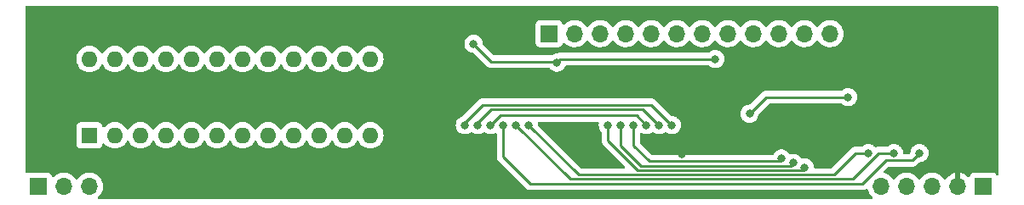
<source format=gbr>
%TF.GenerationSoftware,KiCad,Pcbnew,(6.0.0-0)*%
%TF.CreationDate,2022-07-05T22:02:18-04:00*%
%TF.ProjectId,Comparator,436f6d70-6172-4617-946f-722e6b696361,rev?*%
%TF.SameCoordinates,Original*%
%TF.FileFunction,Copper,L2,Bot*%
%TF.FilePolarity,Positive*%
%FSLAX46Y46*%
G04 Gerber Fmt 4.6, Leading zero omitted, Abs format (unit mm)*
G04 Created by KiCad (PCBNEW (6.0.0-0)) date 2022-07-05 22:02:18*
%MOMM*%
%LPD*%
G01*
G04 APERTURE LIST*
%TA.AperFunction,ComponentPad*%
%ADD10R,1.600000X1.600000*%
%TD*%
%TA.AperFunction,ComponentPad*%
%ADD11O,1.600000X1.600000*%
%TD*%
%TA.AperFunction,ComponentPad*%
%ADD12R,1.700000X1.700000*%
%TD*%
%TA.AperFunction,ComponentPad*%
%ADD13O,1.700000X1.700000*%
%TD*%
%TA.AperFunction,ViaPad*%
%ADD14C,0.800000*%
%TD*%
%TA.AperFunction,Conductor*%
%ADD15C,0.250000*%
%TD*%
G04 APERTURE END LIST*
D10*
%TO.P,SW2,1*%
%TO.N,/Horizontal Timing/Comparator/D0_11*%
X113787000Y-99822000D03*
D11*
%TO.P,SW2,2*%
%TO.N,/Horizontal Timing/Comparator/D0_10*%
X116327000Y-99822000D03*
%TO.P,SW2,3*%
%TO.N,/Horizontal Timing/Comparator/D0_9*%
X118867000Y-99822000D03*
%TO.P,SW2,4*%
%TO.N,/Horizontal Timing/Comparator/D0_8*%
X121407000Y-99822000D03*
%TO.P,SW2,5*%
%TO.N,/Horizontal Timing/Comparator/D0_7*%
X123947000Y-99822000D03*
%TO.P,SW2,6*%
%TO.N,/Horizontal Timing/Comparator/D0_6*%
X126487000Y-99822000D03*
%TO.P,SW2,7*%
%TO.N,/Horizontal Timing/Comparator/D0_5*%
X129027000Y-99822000D03*
%TO.P,SW2,8*%
%TO.N,/Horizontal Timing/Comparator/D0_4*%
X131567000Y-99822000D03*
%TO.P,SW2,9*%
%TO.N,/Horizontal Timing/Comparator/D0_3*%
X134107000Y-99822000D03*
%TO.P,SW2,10*%
%TO.N,/Horizontal Timing/Comparator/D0_2*%
X136647000Y-99822000D03*
%TO.P,SW2,11*%
%TO.N,/Horizontal Timing/Comparator/D0_1*%
X139187000Y-99822000D03*
%TO.P,SW2,12*%
%TO.N,/Horizontal Timing/Comparator/D0_0*%
X141727000Y-99822000D03*
%TO.P,SW2,13*%
%TO.N,VCC*%
X141727000Y-92202000D03*
%TO.P,SW2,14*%
X139187000Y-92202000D03*
%TO.P,SW2,15*%
X136647000Y-92202000D03*
%TO.P,SW2,16*%
X134107000Y-92202000D03*
%TO.P,SW2,17*%
X131567000Y-92202000D03*
%TO.P,SW2,18*%
X129027000Y-92202000D03*
%TO.P,SW2,19*%
X126487000Y-92202000D03*
%TO.P,SW2,20*%
X123947000Y-92202000D03*
%TO.P,SW2,21*%
X121407000Y-92202000D03*
%TO.P,SW2,22*%
X118867000Y-92202000D03*
%TO.P,SW2,23*%
X116327000Y-92202000D03*
%TO.P,SW2,24*%
X113787000Y-92202000D03*
%TD*%
D12*
%TO.P,J8,1,Pin_1*%
%TO.N,VCC*%
X202697000Y-104902000D03*
D13*
%TO.P,J8,2,Pin_2*%
%TO.N,GND*%
X200157000Y-104902000D03*
%TO.P,J8,3,Pin_3*%
%TO.N,~{GT0}*%
X197617000Y-104902000D03*
%TO.P,J8,4,Pin_4*%
%TO.N,~{EQ0}*%
X195077000Y-104902000D03*
%TO.P,J8,5,Pin_5*%
%TO.N,~{LT0}*%
X192537000Y-104902000D03*
%TD*%
D12*
%TO.P,J29,1,Pin_1*%
%TO.N,unconnected-(J29-Pad1)*%
X108712000Y-104902000D03*
D13*
%TO.P,J29,2,Pin_2*%
%TO.N,unconnected-(J29-Pad2)*%
X111252000Y-104902000D03*
%TO.P,J29,3,Pin_3*%
%TO.N,unconnected-(J29-Pad3)*%
X113792000Y-104902000D03*
%TD*%
D12*
%TO.P,J7,1,Pin_1*%
%TO.N,COUNT11*%
X159497000Y-89662000D03*
D13*
%TO.P,J7,2,Pin_2*%
%TO.N,COUNT10*%
X162037000Y-89662000D03*
%TO.P,J7,3,Pin_3*%
%TO.N,COUNT9*%
X164577000Y-89662000D03*
%TO.P,J7,4,Pin_4*%
%TO.N,COUNT8*%
X167117000Y-89662000D03*
%TO.P,J7,5,Pin_5*%
%TO.N,COUNT7*%
X169657000Y-89662000D03*
%TO.P,J7,6,Pin_6*%
%TO.N,COUNT6*%
X172197000Y-89662000D03*
%TO.P,J7,7,Pin_7*%
%TO.N,COUNT5*%
X174737000Y-89662000D03*
%TO.P,J7,8,Pin_8*%
%TO.N,COUNT4*%
X177277000Y-89662000D03*
%TO.P,J7,9,Pin_9*%
%TO.N,COUNT3*%
X179817000Y-89662000D03*
%TO.P,J7,10,Pin_10*%
%TO.N,COUNT2*%
X182357000Y-89662000D03*
%TO.P,J7,11,Pin_11*%
%TO.N,COUNT1*%
X184897000Y-89662000D03*
%TO.P,J7,12,Pin_12*%
%TO.N,COUNT0*%
X187437000Y-89662000D03*
%TD*%
D14*
%TO.N,VCC*%
X160274000Y-92555522D03*
X176022000Y-92202000D03*
X151991896Y-90678000D03*
X179451000Y-97663000D03*
X189230000Y-96012000D03*
%TO.N,GND*%
X192532000Y-92964000D03*
X175514000Y-96774000D03*
X172720000Y-101675945D03*
X188214000Y-100330000D03*
X139192000Y-104277021D03*
X197612000Y-92964000D03*
X121412000Y-104277021D03*
X160274000Y-100076000D03*
X195072000Y-92964000D03*
X130302000Y-104277021D03*
X160274000Y-94742000D03*
X181610000Y-98552000D03*
X162560000Y-101854000D03*
%TO.N,Net-(U5-Pad5)*%
X169164000Y-98806000D03*
X153670000Y-98806000D03*
%TO.N,Net-(U5-Pad6)*%
X152400000Y-98806000D03*
X170434000Y-98806000D03*
%TO.N,Net-(U5-Pad7)*%
X171704000Y-98806000D03*
X151130000Y-98806000D03*
%TO.N,~{EQ0}*%
X193802000Y-101600000D03*
X156210000Y-98806000D03*
%TO.N,~{GT0}*%
X154940000Y-98806000D03*
X196342000Y-101600000D03*
%TO.N,~{LT0}*%
X157480000Y-98806000D03*
X191262000Y-101600000D03*
%TO.N,Net-(U4-Pad5)*%
X167894000Y-98806000D03*
X182626000Y-102125456D03*
%TO.N,Net-(U4-Pad6)*%
X183801343Y-102574967D03*
X166624000Y-98806000D03*
%TO.N,Net-(U4-Pad7)*%
X184912000Y-103024478D03*
X165354000Y-98806000D03*
%TD*%
D15*
%TO.N,VCC*%
X181102000Y-96012000D02*
X189230000Y-96012000D01*
X160174478Y-92456000D02*
X160274000Y-92555522D01*
X179451000Y-97663000D02*
X181102000Y-96012000D01*
X176022000Y-92202000D02*
X160627522Y-92202000D01*
X160627522Y-92202000D02*
X160274000Y-92555522D01*
X153769896Y-92456000D02*
X160174478Y-92456000D01*
X151991896Y-90678000D02*
X153769896Y-92456000D01*
%TO.N,Net-(U5-Pad5)*%
X168185499Y-97827499D02*
X154639901Y-97827499D01*
X153670000Y-98797400D02*
X153670000Y-98806000D01*
X154639901Y-97827499D02*
X153670000Y-98797400D01*
X169164000Y-98806000D02*
X168185499Y-97827499D01*
%TO.N,Net-(U5-Pad6)*%
X168851510Y-97223510D02*
X153757389Y-97223511D01*
X170434000Y-98806000D02*
X168851510Y-97223510D01*
X153757389Y-97223511D02*
X152400000Y-98580900D01*
X152400000Y-98580900D02*
X152400000Y-98806000D01*
%TO.N,Net-(U5-Pad7)*%
X171704000Y-98806000D02*
X169672000Y-96774000D01*
X169672000Y-96774000D02*
X168402000Y-96774000D01*
X151638000Y-98044000D02*
X151130000Y-98552000D01*
X152908000Y-96774000D02*
X151638000Y-98044000D01*
X168402000Y-96774000D02*
X152908000Y-96774000D01*
X151130000Y-98552000D02*
X151130000Y-98806000D01*
%TO.N,~{EQ0}*%
X156210000Y-98806000D02*
X161602489Y-104198489D01*
X192286600Y-101600000D02*
X193802000Y-101600000D01*
X189688111Y-104198489D02*
X192286600Y-101600000D01*
X161602489Y-104198489D02*
X189688111Y-104198489D01*
%TO.N,~{GT0}*%
X192993901Y-102324501D02*
X195617499Y-102324501D01*
X157606296Y-104648000D02*
X190670402Y-104648000D01*
X154940000Y-101981704D02*
X157606296Y-104648000D01*
X195617499Y-102324501D02*
X196342000Y-101600000D01*
X154940000Y-98806000D02*
X154940000Y-101981704D01*
X190670402Y-104648000D02*
X192993901Y-102324501D01*
%TO.N,~{LT0}*%
X162422978Y-103748978D02*
X187843022Y-103748978D01*
X189992000Y-101600000D02*
X191262000Y-101600000D01*
X157480000Y-98806000D02*
X162422978Y-103748978D01*
X187843022Y-103748978D02*
X189992000Y-101600000D01*
%TO.N,Net-(U4-Pad5)*%
X167894000Y-98806000D02*
X167894000Y-100838000D01*
X182351011Y-102400445D02*
X182626000Y-102125456D01*
X167894000Y-100838000D02*
X169456445Y-102400445D01*
X169456445Y-102400445D02*
X182351011Y-102400445D01*
%TO.N,Net-(U4-Pad6)*%
X166624000Y-98806000D02*
X166624000Y-100838000D01*
X168635956Y-102849956D02*
X183526354Y-102849956D01*
X183526354Y-102849956D02*
X183801343Y-102574967D01*
X166624000Y-100838000D02*
X168635956Y-102849956D01*
%TO.N,Net-(U4-Pad7)*%
X184637011Y-103299467D02*
X184912000Y-103024478D01*
X165354000Y-98806000D02*
X165354000Y-100330000D01*
X168323467Y-103299467D02*
X184637011Y-103299467D01*
X165354000Y-100330000D02*
X168323467Y-103299467D01*
%TD*%
%TA.AperFunction,Conductor*%
%TO.N,GND*%
G36*
X204158121Y-86888002D02*
G01*
X204204614Y-86941658D01*
X204216000Y-86994000D01*
X204216000Y-103718467D01*
X204195998Y-103786588D01*
X204142342Y-103833081D01*
X204072068Y-103843185D01*
X204007488Y-103813691D01*
X203989174Y-103794032D01*
X203915643Y-103695920D01*
X203915642Y-103695919D01*
X203910261Y-103688739D01*
X203793705Y-103601385D01*
X203657316Y-103550255D01*
X203595134Y-103543500D01*
X201798866Y-103543500D01*
X201736684Y-103550255D01*
X201600295Y-103601385D01*
X201483739Y-103688739D01*
X201396385Y-103805295D01*
X201393233Y-103813703D01*
X201393232Y-103813705D01*
X201351722Y-103924433D01*
X201309081Y-103981198D01*
X201242519Y-104005898D01*
X201173170Y-103990691D01*
X201140546Y-103965004D01*
X201089799Y-103909234D01*
X201082273Y-103902215D01*
X200915139Y-103770222D01*
X200906552Y-103764517D01*
X200720117Y-103661599D01*
X200710705Y-103657369D01*
X200509959Y-103586280D01*
X200499988Y-103583646D01*
X200428837Y-103570972D01*
X200415540Y-103572432D01*
X200411000Y-103586989D01*
X200411000Y-105030000D01*
X200390998Y-105098121D01*
X200337342Y-105144614D01*
X200285000Y-105156000D01*
X200029000Y-105156000D01*
X199960879Y-105135998D01*
X199914386Y-105082342D01*
X199903000Y-105030000D01*
X199903000Y-103585102D01*
X199899082Y-103571758D01*
X199884806Y-103569771D01*
X199846324Y-103575660D01*
X199836288Y-103578051D01*
X199633868Y-103644212D01*
X199624359Y-103648209D01*
X199435463Y-103746542D01*
X199426738Y-103752036D01*
X199256433Y-103879905D01*
X199248726Y-103886748D01*
X199101590Y-104040717D01*
X199095109Y-104048722D01*
X198990498Y-104202074D01*
X198935587Y-104247076D01*
X198865062Y-104255247D01*
X198801315Y-104223993D01*
X198780618Y-104199509D01*
X198699822Y-104074617D01*
X198699820Y-104074614D01*
X198697014Y-104070277D01*
X198546670Y-103905051D01*
X198542619Y-103901852D01*
X198542615Y-103901848D01*
X198375414Y-103769800D01*
X198375410Y-103769798D01*
X198371359Y-103766598D01*
X198335028Y-103746542D01*
X198284169Y-103718467D01*
X198175789Y-103658638D01*
X198170920Y-103656914D01*
X198170916Y-103656912D01*
X197970087Y-103585795D01*
X197970083Y-103585794D01*
X197965212Y-103584069D01*
X197960119Y-103583162D01*
X197960116Y-103583161D01*
X197750373Y-103545800D01*
X197750367Y-103545799D01*
X197745284Y-103544894D01*
X197671452Y-103543992D01*
X197527081Y-103542228D01*
X197527079Y-103542228D01*
X197521911Y-103542165D01*
X197301091Y-103575955D01*
X197088756Y-103645357D01*
X197015757Y-103683358D01*
X196991626Y-103695920D01*
X196890607Y-103748507D01*
X196886474Y-103751610D01*
X196886471Y-103751612D01*
X196739825Y-103861717D01*
X196711965Y-103882635D01*
X196708393Y-103886373D01*
X196586259Y-104014179D01*
X196557629Y-104044138D01*
X196450201Y-104201621D01*
X196395293Y-104246621D01*
X196324768Y-104254792D01*
X196261021Y-104223538D01*
X196240324Y-104199054D01*
X196159822Y-104074617D01*
X196159820Y-104074614D01*
X196157014Y-104070277D01*
X196006670Y-103905051D01*
X196002619Y-103901852D01*
X196002615Y-103901848D01*
X195835414Y-103769800D01*
X195835410Y-103769798D01*
X195831359Y-103766598D01*
X195795028Y-103746542D01*
X195744169Y-103718467D01*
X195635789Y-103658638D01*
X195630920Y-103656914D01*
X195630916Y-103656912D01*
X195430087Y-103585795D01*
X195430083Y-103585794D01*
X195425212Y-103584069D01*
X195420119Y-103583162D01*
X195420116Y-103583161D01*
X195210373Y-103545800D01*
X195210367Y-103545799D01*
X195205284Y-103544894D01*
X195131452Y-103543992D01*
X194987081Y-103542228D01*
X194987079Y-103542228D01*
X194981911Y-103542165D01*
X194761091Y-103575955D01*
X194548756Y-103645357D01*
X194475757Y-103683358D01*
X194451626Y-103695920D01*
X194350607Y-103748507D01*
X194346474Y-103751610D01*
X194346471Y-103751612D01*
X194199825Y-103861717D01*
X194171965Y-103882635D01*
X194168393Y-103886373D01*
X194046259Y-104014179D01*
X194017629Y-104044138D01*
X193910201Y-104201621D01*
X193855293Y-104246621D01*
X193784768Y-104254792D01*
X193721021Y-104223538D01*
X193700324Y-104199054D01*
X193619822Y-104074617D01*
X193619820Y-104074614D01*
X193617014Y-104070277D01*
X193466670Y-103905051D01*
X193462619Y-103901852D01*
X193462615Y-103901848D01*
X193295414Y-103769800D01*
X193295410Y-103769798D01*
X193291359Y-103766598D01*
X193255028Y-103746542D01*
X193204169Y-103718467D01*
X193095789Y-103658638D01*
X193090920Y-103656914D01*
X193090916Y-103656912D01*
X192885212Y-103584069D01*
X192886030Y-103581758D01*
X192833989Y-103550044D01*
X192802962Y-103486186D01*
X192811385Y-103415691D01*
X192838121Y-103376185D01*
X193219402Y-102994905D01*
X193281714Y-102960880D01*
X193308497Y-102958001D01*
X195538732Y-102958001D01*
X195549915Y-102958528D01*
X195557408Y-102960203D01*
X195565334Y-102959954D01*
X195565335Y-102959954D01*
X195625485Y-102958063D01*
X195629444Y-102958001D01*
X195657355Y-102958001D01*
X195661290Y-102957504D01*
X195661355Y-102957496D01*
X195673192Y-102956563D01*
X195705450Y-102955549D01*
X195709469Y-102955423D01*
X195717388Y-102955174D01*
X195736842Y-102949522D01*
X195756199Y-102945514D01*
X195768429Y-102943969D01*
X195768430Y-102943969D01*
X195776296Y-102942975D01*
X195783667Y-102940056D01*
X195783669Y-102940056D01*
X195817411Y-102926697D01*
X195828641Y-102922852D01*
X195863482Y-102912730D01*
X195863483Y-102912730D01*
X195871092Y-102910519D01*
X195877911Y-102906486D01*
X195877916Y-102906484D01*
X195888527Y-102900208D01*
X195906275Y-102891513D01*
X195925116Y-102884053D01*
X195960886Y-102858065D01*
X195970806Y-102851549D01*
X196002034Y-102833081D01*
X196002037Y-102833079D01*
X196008861Y-102829043D01*
X196023182Y-102814722D01*
X196038216Y-102801881D01*
X196048193Y-102794632D01*
X196054606Y-102789973D01*
X196082797Y-102755896D01*
X196090787Y-102747117D01*
X196292499Y-102545405D01*
X196354811Y-102511379D01*
X196381594Y-102508500D01*
X196437487Y-102508500D01*
X196443939Y-102507128D01*
X196443944Y-102507128D01*
X196536124Y-102487534D01*
X196624288Y-102468794D01*
X196684442Y-102442012D01*
X196792722Y-102393803D01*
X196792724Y-102393802D01*
X196798752Y-102391118D01*
X196815876Y-102378677D01*
X196875976Y-102335011D01*
X196953253Y-102278866D01*
X196990732Y-102237241D01*
X197076621Y-102141852D01*
X197076622Y-102141851D01*
X197081040Y-102136944D01*
X197176527Y-101971556D01*
X197235542Y-101789928D01*
X197239087Y-101756204D01*
X197254814Y-101606565D01*
X197255504Y-101600000D01*
X197235542Y-101410072D01*
X197176527Y-101228444D01*
X197169895Y-101216956D01*
X197119766Y-101130131D01*
X197081040Y-101063056D01*
X197074943Y-101056284D01*
X196957675Y-100926045D01*
X196957674Y-100926044D01*
X196953253Y-100921134D01*
X196825338Y-100828198D01*
X196804094Y-100812763D01*
X196804093Y-100812762D01*
X196798752Y-100808882D01*
X196792724Y-100806198D01*
X196792722Y-100806197D01*
X196630319Y-100733891D01*
X196630318Y-100733891D01*
X196624288Y-100731206D01*
X196530888Y-100711353D01*
X196443944Y-100692872D01*
X196443939Y-100692872D01*
X196437487Y-100691500D01*
X196246513Y-100691500D01*
X196240061Y-100692872D01*
X196240056Y-100692872D01*
X196153112Y-100711353D01*
X196059712Y-100731206D01*
X196053682Y-100733891D01*
X196053681Y-100733891D01*
X195891278Y-100806197D01*
X195891276Y-100806198D01*
X195885248Y-100808882D01*
X195879907Y-100812762D01*
X195879906Y-100812763D01*
X195858662Y-100828198D01*
X195730747Y-100921134D01*
X195726326Y-100926044D01*
X195726325Y-100926045D01*
X195609058Y-101056284D01*
X195602960Y-101063056D01*
X195564234Y-101130131D01*
X195514106Y-101216956D01*
X195507473Y-101228444D01*
X195448458Y-101410072D01*
X195447768Y-101416633D01*
X195447768Y-101416635D01*
X195431093Y-101575292D01*
X195404080Y-101640949D01*
X195394863Y-101651233D01*
X195391983Y-101654112D01*
X195329665Y-101688126D01*
X195302903Y-101691001D01*
X194838520Y-101691001D01*
X194770399Y-101670999D01*
X194723906Y-101617343D01*
X194713210Y-101578172D01*
X194696232Y-101416634D01*
X194696231Y-101416631D01*
X194695542Y-101410072D01*
X194636527Y-101228444D01*
X194629895Y-101216956D01*
X194579766Y-101130131D01*
X194541040Y-101063056D01*
X194534943Y-101056284D01*
X194417675Y-100926045D01*
X194417674Y-100926044D01*
X194413253Y-100921134D01*
X194285338Y-100828198D01*
X194264094Y-100812763D01*
X194264093Y-100812762D01*
X194258752Y-100808882D01*
X194252724Y-100806198D01*
X194252722Y-100806197D01*
X194090319Y-100733891D01*
X194090318Y-100733891D01*
X194084288Y-100731206D01*
X193990888Y-100711353D01*
X193903944Y-100692872D01*
X193903939Y-100692872D01*
X193897487Y-100691500D01*
X193706513Y-100691500D01*
X193700061Y-100692872D01*
X193700056Y-100692872D01*
X193613112Y-100711353D01*
X193519712Y-100731206D01*
X193513682Y-100733891D01*
X193513681Y-100733891D01*
X193351278Y-100806197D01*
X193351276Y-100806198D01*
X193345248Y-100808882D01*
X193339907Y-100812762D01*
X193339906Y-100812763D01*
X193262909Y-100868705D01*
X193190747Y-100921134D01*
X193186332Y-100926037D01*
X193181420Y-100930460D01*
X193180295Y-100929211D01*
X193126986Y-100962051D01*
X193093800Y-100966500D01*
X192365363Y-100966500D01*
X192354179Y-100965973D01*
X192346691Y-100964299D01*
X192338768Y-100964548D01*
X192278633Y-100966438D01*
X192274675Y-100966500D01*
X192246744Y-100966500D01*
X192242829Y-100966995D01*
X192242825Y-100966995D01*
X192242767Y-100967003D01*
X192242738Y-100967006D01*
X192230896Y-100967939D01*
X192186710Y-100969327D01*
X192174821Y-100972781D01*
X192167258Y-100974978D01*
X192147906Y-100978986D01*
X192135668Y-100980532D01*
X192135666Y-100980533D01*
X192127803Y-100981526D01*
X192086686Y-100997806D01*
X192075485Y-101001641D01*
X192048540Y-101009469D01*
X191977546Y-101009265D01*
X191919756Y-100972781D01*
X191915395Y-100967937D01*
X191873253Y-100921134D01*
X191745338Y-100828198D01*
X191724094Y-100812763D01*
X191724093Y-100812762D01*
X191718752Y-100808882D01*
X191712724Y-100806198D01*
X191712722Y-100806197D01*
X191550319Y-100733891D01*
X191550318Y-100733891D01*
X191544288Y-100731206D01*
X191450888Y-100711353D01*
X191363944Y-100692872D01*
X191363939Y-100692872D01*
X191357487Y-100691500D01*
X191166513Y-100691500D01*
X191160061Y-100692872D01*
X191160056Y-100692872D01*
X191073112Y-100711353D01*
X190979712Y-100731206D01*
X190973682Y-100733891D01*
X190973681Y-100733891D01*
X190811278Y-100806197D01*
X190811276Y-100806198D01*
X190805248Y-100808882D01*
X190799907Y-100812762D01*
X190799906Y-100812763D01*
X190722909Y-100868705D01*
X190650747Y-100921134D01*
X190646332Y-100926037D01*
X190641420Y-100930460D01*
X190640295Y-100929211D01*
X190586986Y-100962051D01*
X190553800Y-100966500D01*
X190070767Y-100966500D01*
X190059584Y-100965973D01*
X190052091Y-100964298D01*
X190044165Y-100964547D01*
X190044164Y-100964547D01*
X189984001Y-100966438D01*
X189980043Y-100966500D01*
X189952144Y-100966500D01*
X189948154Y-100967004D01*
X189936320Y-100967936D01*
X189892111Y-100969326D01*
X189884497Y-100971538D01*
X189884492Y-100971539D01*
X189872659Y-100974977D01*
X189853296Y-100978988D01*
X189833203Y-100981526D01*
X189825836Y-100984443D01*
X189825831Y-100984444D01*
X189792092Y-100997802D01*
X189780865Y-101001646D01*
X189773561Y-101003768D01*
X189738407Y-101013982D01*
X189731581Y-101018019D01*
X189720972Y-101024293D01*
X189703224Y-101032988D01*
X189684383Y-101040448D01*
X189677967Y-101045110D01*
X189677966Y-101045110D01*
X189648613Y-101066436D01*
X189638693Y-101072952D01*
X189607465Y-101091420D01*
X189607462Y-101091422D01*
X189600638Y-101095458D01*
X189586317Y-101109779D01*
X189571284Y-101122619D01*
X189554893Y-101134528D01*
X189549842Y-101140634D01*
X189526702Y-101168605D01*
X189518712Y-101177384D01*
X187617522Y-103078573D01*
X187555210Y-103112599D01*
X187528427Y-103115478D01*
X185948520Y-103115478D01*
X185880399Y-103095476D01*
X185833906Y-103041820D01*
X185823210Y-103002649D01*
X185806232Y-102841113D01*
X185806232Y-102841111D01*
X185805542Y-102834550D01*
X185746527Y-102652922D01*
X185651040Y-102487534D01*
X185634167Y-102468794D01*
X185527675Y-102350523D01*
X185527674Y-102350522D01*
X185523253Y-102345612D01*
X185395415Y-102252732D01*
X185374094Y-102237241D01*
X185374093Y-102237240D01*
X185368752Y-102233360D01*
X185362724Y-102230676D01*
X185362722Y-102230675D01*
X185200319Y-102158369D01*
X185200318Y-102158369D01*
X185194288Y-102155684D01*
X185079223Y-102131226D01*
X185013944Y-102117350D01*
X185013939Y-102117350D01*
X185007487Y-102115978D01*
X184816513Y-102115978D01*
X184810061Y-102117350D01*
X184810056Y-102117350D01*
X184744777Y-102131226D01*
X184700197Y-102140702D01*
X184629406Y-102135300D01*
X184572774Y-102092483D01*
X184564881Y-102080455D01*
X184543684Y-102043741D01*
X184540383Y-102038023D01*
X184521991Y-102017596D01*
X184417018Y-101901012D01*
X184417017Y-101901011D01*
X184412596Y-101896101D01*
X184258095Y-101783849D01*
X184252067Y-101781165D01*
X184252065Y-101781164D01*
X184089662Y-101708858D01*
X184089661Y-101708858D01*
X184083631Y-101706173D01*
X183990230Y-101686320D01*
X183903287Y-101667839D01*
X183903282Y-101667839D01*
X183896830Y-101666467D01*
X183705856Y-101666467D01*
X183699404Y-101667839D01*
X183699399Y-101667839D01*
X183531925Y-101703437D01*
X183461134Y-101698035D01*
X183404501Y-101655218D01*
X183396609Y-101643191D01*
X183395315Y-101640949D01*
X183365040Y-101588512D01*
X183237253Y-101446590D01*
X183082752Y-101334338D01*
X183076724Y-101331654D01*
X183076722Y-101331653D01*
X182914319Y-101259347D01*
X182914318Y-101259347D01*
X182908288Y-101256662D01*
X182805102Y-101234729D01*
X182727944Y-101218328D01*
X182727939Y-101218328D01*
X182721487Y-101216956D01*
X182530513Y-101216956D01*
X182524061Y-101218328D01*
X182524056Y-101218328D01*
X182446898Y-101234729D01*
X182343712Y-101256662D01*
X182337682Y-101259347D01*
X182337681Y-101259347D01*
X182175278Y-101331653D01*
X182175276Y-101331654D01*
X182169248Y-101334338D01*
X182014747Y-101446590D01*
X181886960Y-101588512D01*
X181841161Y-101667839D01*
X181820315Y-101703945D01*
X181768933Y-101752938D01*
X181711196Y-101766945D01*
X169771039Y-101766945D01*
X169702918Y-101746943D01*
X169681944Y-101730040D01*
X168564405Y-100612500D01*
X168530379Y-100550188D01*
X168527500Y-100523405D01*
X168527500Y-99710782D01*
X168547502Y-99642661D01*
X168601158Y-99596168D01*
X168671432Y-99586064D01*
X168706730Y-99598282D01*
X168707248Y-99597118D01*
X168857345Y-99663945D01*
X168881712Y-99674794D01*
X168975113Y-99694647D01*
X169062056Y-99713128D01*
X169062061Y-99713128D01*
X169068513Y-99714500D01*
X169259487Y-99714500D01*
X169265939Y-99713128D01*
X169265944Y-99713128D01*
X169352887Y-99694647D01*
X169446288Y-99674794D01*
X169452319Y-99672109D01*
X169614722Y-99599803D01*
X169614724Y-99599802D01*
X169620752Y-99597118D01*
X169635967Y-99586064D01*
X169659227Y-99569164D01*
X169724940Y-99521421D01*
X169791806Y-99497563D01*
X169860958Y-99513643D01*
X169873056Y-99521418D01*
X169938773Y-99569164D01*
X169962034Y-99586064D01*
X169977248Y-99597118D01*
X169983276Y-99599802D01*
X169983278Y-99599803D01*
X170145681Y-99672109D01*
X170151712Y-99674794D01*
X170245113Y-99694647D01*
X170332056Y-99713128D01*
X170332061Y-99713128D01*
X170338513Y-99714500D01*
X170529487Y-99714500D01*
X170535939Y-99713128D01*
X170535944Y-99713128D01*
X170622887Y-99694647D01*
X170716288Y-99674794D01*
X170722319Y-99672109D01*
X170884722Y-99599803D01*
X170884724Y-99599802D01*
X170890752Y-99597118D01*
X170905967Y-99586064D01*
X170929227Y-99569164D01*
X170994940Y-99521421D01*
X171061806Y-99497563D01*
X171130958Y-99513643D01*
X171143056Y-99521418D01*
X171208773Y-99569164D01*
X171232034Y-99586064D01*
X171247248Y-99597118D01*
X171253276Y-99599802D01*
X171253278Y-99599803D01*
X171415681Y-99672109D01*
X171421712Y-99674794D01*
X171515113Y-99694647D01*
X171602056Y-99713128D01*
X171602061Y-99713128D01*
X171608513Y-99714500D01*
X171799487Y-99714500D01*
X171805939Y-99713128D01*
X171805944Y-99713128D01*
X171892887Y-99694647D01*
X171986288Y-99674794D01*
X171992319Y-99672109D01*
X172154722Y-99599803D01*
X172154724Y-99599802D01*
X172160752Y-99597118D01*
X172175967Y-99586064D01*
X172216157Y-99556864D01*
X172315253Y-99484866D01*
X172443040Y-99342944D01*
X172538527Y-99177556D01*
X172597542Y-98995928D01*
X172599868Y-98973803D01*
X172616814Y-98812565D01*
X172617504Y-98806000D01*
X172613522Y-98768109D01*
X172598232Y-98622635D01*
X172598232Y-98622633D01*
X172597542Y-98616072D01*
X172538527Y-98434444D01*
X172443040Y-98269056D01*
X172315253Y-98127134D01*
X172187831Y-98034556D01*
X172166094Y-98018763D01*
X172166093Y-98018762D01*
X172160752Y-98014882D01*
X172154724Y-98012198D01*
X172154722Y-98012197D01*
X171992319Y-97939891D01*
X171992318Y-97939891D01*
X171986288Y-97937206D01*
X171892887Y-97917353D01*
X171805944Y-97898872D01*
X171805939Y-97898872D01*
X171799487Y-97897500D01*
X171743594Y-97897500D01*
X171675473Y-97877498D01*
X171654499Y-97860595D01*
X171456904Y-97663000D01*
X178537496Y-97663000D01*
X178557458Y-97852928D01*
X178616473Y-98034556D01*
X178711960Y-98199944D01*
X178839747Y-98341866D01*
X178938843Y-98413864D01*
X178975820Y-98440729D01*
X178994248Y-98454118D01*
X179000276Y-98456802D01*
X179000278Y-98456803D01*
X179149025Y-98523029D01*
X179168712Y-98531794D01*
X179262112Y-98551647D01*
X179349056Y-98570128D01*
X179349061Y-98570128D01*
X179355513Y-98571500D01*
X179546487Y-98571500D01*
X179552939Y-98570128D01*
X179552944Y-98570128D01*
X179639888Y-98551647D01*
X179733288Y-98531794D01*
X179752975Y-98523029D01*
X179901722Y-98456803D01*
X179901724Y-98456802D01*
X179907752Y-98454118D01*
X179926181Y-98440729D01*
X179963157Y-98413864D01*
X180062253Y-98341866D01*
X180190040Y-98199944D01*
X180285527Y-98034556D01*
X180344542Y-97852928D01*
X180361907Y-97687706D01*
X180388920Y-97622050D01*
X180398122Y-97611782D01*
X181327499Y-96682405D01*
X181389811Y-96648379D01*
X181416594Y-96645500D01*
X188521800Y-96645500D01*
X188589921Y-96665502D01*
X188609147Y-96681843D01*
X188609420Y-96681540D01*
X188614332Y-96685963D01*
X188618747Y-96690866D01*
X188640329Y-96706546D01*
X188760982Y-96794206D01*
X188773248Y-96803118D01*
X188779276Y-96805802D01*
X188779278Y-96805803D01*
X188927695Y-96871882D01*
X188947712Y-96880794D01*
X189041112Y-96900647D01*
X189128056Y-96919128D01*
X189128061Y-96919128D01*
X189134513Y-96920500D01*
X189325487Y-96920500D01*
X189331939Y-96919128D01*
X189331944Y-96919128D01*
X189418888Y-96900647D01*
X189512288Y-96880794D01*
X189532305Y-96871882D01*
X189680722Y-96805803D01*
X189680724Y-96805802D01*
X189686752Y-96803118D01*
X189699019Y-96794206D01*
X189757631Y-96751621D01*
X189841253Y-96690866D01*
X189864091Y-96665502D01*
X189964621Y-96553852D01*
X189964622Y-96553851D01*
X189969040Y-96548944D01*
X190064527Y-96383556D01*
X190123542Y-96201928D01*
X190124584Y-96192019D01*
X190142814Y-96018565D01*
X190143504Y-96012000D01*
X190123542Y-95822072D01*
X190064527Y-95640444D01*
X189969040Y-95475056D01*
X189952881Y-95457109D01*
X189845675Y-95338045D01*
X189845674Y-95338044D01*
X189841253Y-95333134D01*
X189686752Y-95220882D01*
X189680724Y-95218198D01*
X189680722Y-95218197D01*
X189518319Y-95145891D01*
X189518318Y-95145891D01*
X189512288Y-95143206D01*
X189418888Y-95123353D01*
X189331944Y-95104872D01*
X189331939Y-95104872D01*
X189325487Y-95103500D01*
X189134513Y-95103500D01*
X189128061Y-95104872D01*
X189128056Y-95104872D01*
X189041113Y-95123353D01*
X188947712Y-95143206D01*
X188941682Y-95145891D01*
X188941681Y-95145891D01*
X188779278Y-95218197D01*
X188779276Y-95218198D01*
X188773248Y-95220882D01*
X188618747Y-95333134D01*
X188614332Y-95338037D01*
X188609420Y-95342460D01*
X188608295Y-95341211D01*
X188554986Y-95374051D01*
X188521800Y-95378500D01*
X181180768Y-95378500D01*
X181169585Y-95377973D01*
X181162092Y-95376298D01*
X181154166Y-95376547D01*
X181154165Y-95376547D01*
X181094002Y-95378438D01*
X181090044Y-95378500D01*
X181062144Y-95378500D01*
X181058154Y-95379004D01*
X181046320Y-95379936D01*
X181002111Y-95381326D01*
X180994495Y-95383539D01*
X180994493Y-95383539D01*
X180982652Y-95386979D01*
X180963293Y-95390988D01*
X180961983Y-95391154D01*
X180943203Y-95393526D01*
X180935837Y-95396442D01*
X180935831Y-95396444D01*
X180902098Y-95409800D01*
X180890868Y-95413645D01*
X180856017Y-95423770D01*
X180848407Y-95425981D01*
X180841584Y-95430016D01*
X180830966Y-95436295D01*
X180813213Y-95444992D01*
X180805568Y-95448019D01*
X180794383Y-95452448D01*
X180787968Y-95457109D01*
X180758612Y-95478437D01*
X180748695Y-95484951D01*
X180710638Y-95507458D01*
X180696317Y-95521779D01*
X180681284Y-95534619D01*
X180664893Y-95546528D01*
X180659842Y-95552634D01*
X180636702Y-95580605D01*
X180628712Y-95589384D01*
X179500500Y-96717595D01*
X179438188Y-96751621D01*
X179411405Y-96754500D01*
X179355513Y-96754500D01*
X179349061Y-96755872D01*
X179349056Y-96755872D01*
X179262113Y-96774353D01*
X179168712Y-96794206D01*
X179162682Y-96796891D01*
X179162681Y-96796891D01*
X179000278Y-96869197D01*
X179000276Y-96869198D01*
X178994248Y-96871882D01*
X178988907Y-96875762D01*
X178988906Y-96875763D01*
X178980093Y-96882166D01*
X178839747Y-96984134D01*
X178711960Y-97126056D01*
X178616473Y-97291444D01*
X178557458Y-97473072D01*
X178537496Y-97663000D01*
X171456904Y-97663000D01*
X170925679Y-97131774D01*
X170175652Y-96381747D01*
X170168112Y-96373461D01*
X170164000Y-96366982D01*
X170114348Y-96320356D01*
X170111507Y-96317602D01*
X170091770Y-96297865D01*
X170088573Y-96295385D01*
X170079551Y-96287680D01*
X170066116Y-96275064D01*
X170047321Y-96257414D01*
X170040375Y-96253595D01*
X170040372Y-96253593D01*
X170029566Y-96247652D01*
X170013047Y-96236801D01*
X170012583Y-96236441D01*
X169997041Y-96224386D01*
X169989772Y-96221241D01*
X169989768Y-96221238D01*
X169956463Y-96206826D01*
X169945813Y-96201609D01*
X169907060Y-96180305D01*
X169887437Y-96175267D01*
X169868734Y-96168863D01*
X169857420Y-96163967D01*
X169857419Y-96163967D01*
X169850145Y-96160819D01*
X169842322Y-96159580D01*
X169842312Y-96159577D01*
X169806476Y-96153901D01*
X169794856Y-96151495D01*
X169759711Y-96142472D01*
X169759710Y-96142472D01*
X169752030Y-96140500D01*
X169731776Y-96140500D01*
X169712065Y-96138949D01*
X169699886Y-96137020D01*
X169692057Y-96135780D01*
X169662786Y-96138547D01*
X169648039Y-96139941D01*
X169636181Y-96140500D01*
X152986767Y-96140500D01*
X152975584Y-96139973D01*
X152968091Y-96138298D01*
X152960165Y-96138547D01*
X152960164Y-96138547D01*
X152900014Y-96140438D01*
X152896055Y-96140500D01*
X152868144Y-96140500D01*
X152864210Y-96140997D01*
X152864209Y-96140997D01*
X152864144Y-96141005D01*
X152852307Y-96141938D01*
X152820490Y-96142938D01*
X152816029Y-96143078D01*
X152808110Y-96143327D01*
X152790454Y-96148456D01*
X152788658Y-96148978D01*
X152769306Y-96152986D01*
X152762235Y-96153880D01*
X152749203Y-96155526D01*
X152741834Y-96158443D01*
X152741832Y-96158444D01*
X152708097Y-96171800D01*
X152696869Y-96175645D01*
X152654407Y-96187982D01*
X152647585Y-96192016D01*
X152647579Y-96192019D01*
X152636968Y-96198294D01*
X152619218Y-96206990D01*
X152607756Y-96211528D01*
X152607751Y-96211531D01*
X152600383Y-96214448D01*
X152582970Y-96227099D01*
X152564625Y-96240427D01*
X152554707Y-96246943D01*
X152543463Y-96253593D01*
X152516637Y-96269458D01*
X152502313Y-96283782D01*
X152487281Y-96296621D01*
X152470893Y-96308528D01*
X152442712Y-96342593D01*
X152434722Y-96351373D01*
X150866348Y-97919747D01*
X150828501Y-97945759D01*
X150679281Y-98012195D01*
X150679274Y-98012199D01*
X150673248Y-98014882D01*
X150667907Y-98018762D01*
X150667906Y-98018763D01*
X150646169Y-98034556D01*
X150518747Y-98127134D01*
X150390960Y-98269056D01*
X150295473Y-98434444D01*
X150236458Y-98616072D01*
X150235768Y-98622633D01*
X150235768Y-98622635D01*
X150220478Y-98768109D01*
X150216496Y-98806000D01*
X150217186Y-98812565D01*
X150234133Y-98973803D01*
X150236458Y-98995928D01*
X150295473Y-99177556D01*
X150390960Y-99342944D01*
X150518747Y-99484866D01*
X150617843Y-99556864D01*
X150658034Y-99586064D01*
X150673248Y-99597118D01*
X150679276Y-99599802D01*
X150679278Y-99599803D01*
X150841681Y-99672109D01*
X150847712Y-99674794D01*
X150941113Y-99694647D01*
X151028056Y-99713128D01*
X151028061Y-99713128D01*
X151034513Y-99714500D01*
X151225487Y-99714500D01*
X151231939Y-99713128D01*
X151231944Y-99713128D01*
X151318887Y-99694647D01*
X151412288Y-99674794D01*
X151418319Y-99672109D01*
X151580722Y-99599803D01*
X151580724Y-99599802D01*
X151586752Y-99597118D01*
X151601967Y-99586064D01*
X151625227Y-99569164D01*
X151690940Y-99521421D01*
X151757806Y-99497563D01*
X151826958Y-99513643D01*
X151839056Y-99521418D01*
X151904773Y-99569164D01*
X151928034Y-99586064D01*
X151943248Y-99597118D01*
X151949276Y-99599802D01*
X151949278Y-99599803D01*
X152111681Y-99672109D01*
X152117712Y-99674794D01*
X152211113Y-99694647D01*
X152298056Y-99713128D01*
X152298061Y-99713128D01*
X152304513Y-99714500D01*
X152495487Y-99714500D01*
X152501939Y-99713128D01*
X152501944Y-99713128D01*
X152588887Y-99694647D01*
X152682288Y-99674794D01*
X152688319Y-99672109D01*
X152850722Y-99599803D01*
X152850724Y-99599802D01*
X152856752Y-99597118D01*
X152871967Y-99586064D01*
X152895227Y-99569164D01*
X152960940Y-99521421D01*
X153027806Y-99497563D01*
X153096958Y-99513643D01*
X153109056Y-99521418D01*
X153174773Y-99569164D01*
X153198034Y-99586064D01*
X153213248Y-99597118D01*
X153219276Y-99599802D01*
X153219278Y-99599803D01*
X153381681Y-99672109D01*
X153387712Y-99674794D01*
X153481113Y-99694647D01*
X153568056Y-99713128D01*
X153568061Y-99713128D01*
X153574513Y-99714500D01*
X153765487Y-99714500D01*
X153771939Y-99713128D01*
X153771944Y-99713128D01*
X153858887Y-99694647D01*
X153952288Y-99674794D01*
X153976656Y-99663945D01*
X154126752Y-99597118D01*
X154127677Y-99599196D01*
X154186488Y-99584924D01*
X154253581Y-99608141D01*
X154297472Y-99663945D01*
X154306500Y-99710782D01*
X154306500Y-101902937D01*
X154305973Y-101914120D01*
X154304298Y-101921613D01*
X154304547Y-101929539D01*
X154304547Y-101929540D01*
X154306438Y-101989690D01*
X154306500Y-101993649D01*
X154306500Y-102021560D01*
X154306997Y-102025494D01*
X154306997Y-102025495D01*
X154307005Y-102025560D01*
X154307938Y-102037397D01*
X154309327Y-102081593D01*
X154312491Y-102092483D01*
X154314978Y-102101043D01*
X154318987Y-102120404D01*
X154321526Y-102140501D01*
X154324445Y-102147872D01*
X154324445Y-102147874D01*
X154337804Y-102181616D01*
X154341649Y-102192846D01*
X154353982Y-102235297D01*
X154358015Y-102242116D01*
X154358017Y-102242121D01*
X154364293Y-102252732D01*
X154372988Y-102270480D01*
X154380448Y-102289321D01*
X154385110Y-102295737D01*
X154385110Y-102295738D01*
X154406436Y-102325091D01*
X154412952Y-102335011D01*
X154419222Y-102345612D01*
X154435458Y-102373066D01*
X154449779Y-102387387D01*
X154462619Y-102402420D01*
X154474528Y-102418811D01*
X154480634Y-102423862D01*
X154508605Y-102447002D01*
X154517384Y-102454992D01*
X157102644Y-105040253D01*
X157110184Y-105048539D01*
X157114296Y-105055018D01*
X157120073Y-105060443D01*
X157163947Y-105101643D01*
X157166789Y-105104398D01*
X157186526Y-105124135D01*
X157189723Y-105126615D01*
X157198743Y-105134318D01*
X157230975Y-105164586D01*
X157237921Y-105168405D01*
X157237924Y-105168407D01*
X157248730Y-105174348D01*
X157265249Y-105185199D01*
X157281255Y-105197614D01*
X157288524Y-105200759D01*
X157288528Y-105200762D01*
X157321833Y-105215174D01*
X157332483Y-105220391D01*
X157371236Y-105241695D01*
X157378911Y-105243666D01*
X157378912Y-105243666D01*
X157390858Y-105246733D01*
X157409563Y-105253137D01*
X157428151Y-105261181D01*
X157435974Y-105262420D01*
X157435984Y-105262423D01*
X157471820Y-105268099D01*
X157483440Y-105270505D01*
X157515255Y-105278673D01*
X157526266Y-105281500D01*
X157546520Y-105281500D01*
X157566230Y-105283051D01*
X157586239Y-105286220D01*
X157594131Y-105285474D01*
X157612876Y-105283702D01*
X157630258Y-105282059D01*
X157642115Y-105281500D01*
X190591635Y-105281500D01*
X190602818Y-105282027D01*
X190610311Y-105283702D01*
X190618237Y-105283453D01*
X190618238Y-105283453D01*
X190678388Y-105281562D01*
X190682347Y-105281500D01*
X190710258Y-105281500D01*
X190714193Y-105281003D01*
X190714258Y-105280995D01*
X190726095Y-105280062D01*
X190758353Y-105279048D01*
X190762372Y-105278922D01*
X190770291Y-105278673D01*
X190789745Y-105273021D01*
X190809102Y-105269013D01*
X190821332Y-105267468D01*
X190821333Y-105267468D01*
X190829199Y-105266474D01*
X190836570Y-105263555D01*
X190836572Y-105263555D01*
X190870314Y-105250196D01*
X190881544Y-105246351D01*
X190916385Y-105236229D01*
X190916386Y-105236229D01*
X190923995Y-105234018D01*
X190930814Y-105229985D01*
X190930819Y-105229983D01*
X190941430Y-105223707D01*
X190959178Y-105215012D01*
X190978019Y-105207552D01*
X191013789Y-105181564D01*
X191023706Y-105175050D01*
X191035462Y-105168097D01*
X191104278Y-105150635D01*
X191171610Y-105173149D01*
X191216081Y-105228492D01*
X191222522Y-105248848D01*
X191229769Y-105281003D01*
X191236222Y-105309639D01*
X191320266Y-105516616D01*
X191371019Y-105599438D01*
X191434291Y-105702688D01*
X191436987Y-105707088D01*
X191583250Y-105875938D01*
X191654214Y-105934854D01*
X191671321Y-105949056D01*
X191710956Y-106007959D01*
X191712454Y-106078939D01*
X191675339Y-106139462D01*
X191611395Y-106170311D01*
X191590836Y-106172000D01*
X114744680Y-106172000D01*
X114676559Y-106151998D01*
X114630066Y-106098342D01*
X114619962Y-106028068D01*
X114649456Y-105963488D01*
X114664189Y-105950089D01*
X114663702Y-105949513D01*
X114667657Y-105946171D01*
X114671860Y-105943173D01*
X114830096Y-105785489D01*
X114889594Y-105702689D01*
X114957435Y-105608277D01*
X114960453Y-105604077D01*
X114973995Y-105576678D01*
X115057136Y-105408453D01*
X115057137Y-105408451D01*
X115059430Y-105403811D01*
X115096742Y-105281003D01*
X115122865Y-105195023D01*
X115122865Y-105195021D01*
X115124370Y-105190069D01*
X115153529Y-104968590D01*
X115155156Y-104902000D01*
X115136852Y-104679361D01*
X115082431Y-104462702D01*
X114993354Y-104257840D01*
X114872014Y-104070277D01*
X114721670Y-103905051D01*
X114717619Y-103901852D01*
X114717615Y-103901848D01*
X114550414Y-103769800D01*
X114550410Y-103769798D01*
X114546359Y-103766598D01*
X114510028Y-103746542D01*
X114459169Y-103718467D01*
X114350789Y-103658638D01*
X114345920Y-103656914D01*
X114345916Y-103656912D01*
X114145087Y-103585795D01*
X114145083Y-103585794D01*
X114140212Y-103584069D01*
X114135119Y-103583162D01*
X114135116Y-103583161D01*
X113925373Y-103545800D01*
X113925367Y-103545799D01*
X113920284Y-103544894D01*
X113846452Y-103543992D01*
X113702081Y-103542228D01*
X113702079Y-103542228D01*
X113696911Y-103542165D01*
X113476091Y-103575955D01*
X113263756Y-103645357D01*
X113190757Y-103683358D01*
X113166626Y-103695920D01*
X113065607Y-103748507D01*
X113061474Y-103751610D01*
X113061471Y-103751612D01*
X112914825Y-103861717D01*
X112886965Y-103882635D01*
X112883393Y-103886373D01*
X112761259Y-104014179D01*
X112732629Y-104044138D01*
X112625201Y-104201621D01*
X112570293Y-104246621D01*
X112499768Y-104254792D01*
X112436021Y-104223538D01*
X112415324Y-104199054D01*
X112334822Y-104074617D01*
X112334820Y-104074614D01*
X112332014Y-104070277D01*
X112181670Y-103905051D01*
X112177619Y-103901852D01*
X112177615Y-103901848D01*
X112010414Y-103769800D01*
X112010410Y-103769798D01*
X112006359Y-103766598D01*
X111970028Y-103746542D01*
X111919169Y-103718467D01*
X111810789Y-103658638D01*
X111805920Y-103656914D01*
X111805916Y-103656912D01*
X111605087Y-103585795D01*
X111605083Y-103585794D01*
X111600212Y-103584069D01*
X111595119Y-103583162D01*
X111595116Y-103583161D01*
X111385373Y-103545800D01*
X111385367Y-103545799D01*
X111380284Y-103544894D01*
X111306452Y-103543992D01*
X111162081Y-103542228D01*
X111162079Y-103542228D01*
X111156911Y-103542165D01*
X110936091Y-103575955D01*
X110723756Y-103645357D01*
X110650757Y-103683358D01*
X110626626Y-103695920D01*
X110525607Y-103748507D01*
X110521474Y-103751610D01*
X110521471Y-103751612D01*
X110374825Y-103861717D01*
X110346965Y-103882635D01*
X110268252Y-103965004D01*
X110266283Y-103967064D01*
X110204759Y-104002494D01*
X110133846Y-103999037D01*
X110076060Y-103957791D01*
X110057207Y-103924243D01*
X110015767Y-103813703D01*
X110012615Y-103805295D01*
X109925261Y-103688739D01*
X109808705Y-103601385D01*
X109672316Y-103550255D01*
X109610134Y-103543500D01*
X107813866Y-103543500D01*
X107751684Y-103550255D01*
X107615295Y-103601385D01*
X107614292Y-103598711D01*
X107559150Y-103610770D01*
X107492602Y-103586032D01*
X107449993Y-103529243D01*
X107442000Y-103485081D01*
X107442000Y-100670134D01*
X112478500Y-100670134D01*
X112485255Y-100732316D01*
X112536385Y-100868705D01*
X112623739Y-100985261D01*
X112740295Y-101072615D01*
X112876684Y-101123745D01*
X112938866Y-101130500D01*
X114635134Y-101130500D01*
X114697316Y-101123745D01*
X114833705Y-101072615D01*
X114950261Y-100985261D01*
X115037615Y-100868705D01*
X115088745Y-100732316D01*
X115089917Y-100721526D01*
X115090803Y-100719394D01*
X115091425Y-100716778D01*
X115091848Y-100716879D01*
X115117155Y-100655965D01*
X115175517Y-100615537D01*
X115246471Y-100613078D01*
X115307490Y-100649371D01*
X115314489Y-100658031D01*
X115317643Y-100661789D01*
X115320802Y-100666300D01*
X115482700Y-100828198D01*
X115487208Y-100831355D01*
X115487211Y-100831357D01*
X115528542Y-100860297D01*
X115670251Y-100959523D01*
X115675233Y-100961846D01*
X115675238Y-100961849D01*
X115843796Y-101040448D01*
X115877757Y-101056284D01*
X115883065Y-101057706D01*
X115883067Y-101057707D01*
X116093598Y-101114119D01*
X116093600Y-101114119D01*
X116098913Y-101115543D01*
X116327000Y-101135498D01*
X116555087Y-101115543D01*
X116560400Y-101114119D01*
X116560402Y-101114119D01*
X116770933Y-101057707D01*
X116770935Y-101057706D01*
X116776243Y-101056284D01*
X116810204Y-101040448D01*
X116978762Y-100961849D01*
X116978767Y-100961846D01*
X116983749Y-100959523D01*
X117125458Y-100860297D01*
X117166789Y-100831357D01*
X117166792Y-100831355D01*
X117171300Y-100828198D01*
X117333198Y-100666300D01*
X117358444Y-100630246D01*
X117396439Y-100575983D01*
X117464523Y-100478749D01*
X117466846Y-100473767D01*
X117466849Y-100473762D01*
X117482805Y-100439543D01*
X117529722Y-100386258D01*
X117597999Y-100366797D01*
X117665959Y-100387339D01*
X117711195Y-100439543D01*
X117727151Y-100473762D01*
X117727154Y-100473767D01*
X117729477Y-100478749D01*
X117797561Y-100575983D01*
X117835557Y-100630246D01*
X117860802Y-100666300D01*
X118022700Y-100828198D01*
X118027208Y-100831355D01*
X118027211Y-100831357D01*
X118068542Y-100860297D01*
X118210251Y-100959523D01*
X118215233Y-100961846D01*
X118215238Y-100961849D01*
X118383796Y-101040448D01*
X118417757Y-101056284D01*
X118423065Y-101057706D01*
X118423067Y-101057707D01*
X118633598Y-101114119D01*
X118633600Y-101114119D01*
X118638913Y-101115543D01*
X118867000Y-101135498D01*
X119095087Y-101115543D01*
X119100400Y-101114119D01*
X119100402Y-101114119D01*
X119310933Y-101057707D01*
X119310935Y-101057706D01*
X119316243Y-101056284D01*
X119350204Y-101040448D01*
X119518762Y-100961849D01*
X119518767Y-100961846D01*
X119523749Y-100959523D01*
X119665458Y-100860297D01*
X119706789Y-100831357D01*
X119706792Y-100831355D01*
X119711300Y-100828198D01*
X119873198Y-100666300D01*
X119898444Y-100630246D01*
X119936439Y-100575983D01*
X120004523Y-100478749D01*
X120006846Y-100473767D01*
X120006849Y-100473762D01*
X120022805Y-100439543D01*
X120069722Y-100386258D01*
X120137999Y-100366797D01*
X120205959Y-100387339D01*
X120251195Y-100439543D01*
X120267151Y-100473762D01*
X120267154Y-100473767D01*
X120269477Y-100478749D01*
X120337561Y-100575983D01*
X120375557Y-100630246D01*
X120400802Y-100666300D01*
X120562700Y-100828198D01*
X120567208Y-100831355D01*
X120567211Y-100831357D01*
X120608542Y-100860297D01*
X120750251Y-100959523D01*
X120755233Y-100961846D01*
X120755238Y-100961849D01*
X120923796Y-101040448D01*
X120957757Y-101056284D01*
X120963065Y-101057706D01*
X120963067Y-101057707D01*
X121173598Y-101114119D01*
X121173600Y-101114119D01*
X121178913Y-101115543D01*
X121407000Y-101135498D01*
X121635087Y-101115543D01*
X121640400Y-101114119D01*
X121640402Y-101114119D01*
X121850933Y-101057707D01*
X121850935Y-101057706D01*
X121856243Y-101056284D01*
X121890204Y-101040448D01*
X122058762Y-100961849D01*
X122058767Y-100961846D01*
X122063749Y-100959523D01*
X122205458Y-100860297D01*
X122246789Y-100831357D01*
X122246792Y-100831355D01*
X122251300Y-100828198D01*
X122413198Y-100666300D01*
X122438444Y-100630246D01*
X122476439Y-100575983D01*
X122544523Y-100478749D01*
X122546846Y-100473767D01*
X122546849Y-100473762D01*
X122562805Y-100439543D01*
X122609722Y-100386258D01*
X122677999Y-100366797D01*
X122745959Y-100387339D01*
X122791195Y-100439543D01*
X122807151Y-100473762D01*
X122807154Y-100473767D01*
X122809477Y-100478749D01*
X122877561Y-100575983D01*
X122915557Y-100630246D01*
X122940802Y-100666300D01*
X123102700Y-100828198D01*
X123107208Y-100831355D01*
X123107211Y-100831357D01*
X123148542Y-100860297D01*
X123290251Y-100959523D01*
X123295233Y-100961846D01*
X123295238Y-100961849D01*
X123463796Y-101040448D01*
X123497757Y-101056284D01*
X123503065Y-101057706D01*
X123503067Y-101057707D01*
X123713598Y-101114119D01*
X123713600Y-101114119D01*
X123718913Y-101115543D01*
X123947000Y-101135498D01*
X124175087Y-101115543D01*
X124180400Y-101114119D01*
X124180402Y-101114119D01*
X124390933Y-101057707D01*
X124390935Y-101057706D01*
X124396243Y-101056284D01*
X124430204Y-101040448D01*
X124598762Y-100961849D01*
X124598767Y-100961846D01*
X124603749Y-100959523D01*
X124745458Y-100860297D01*
X124786789Y-100831357D01*
X124786792Y-100831355D01*
X124791300Y-100828198D01*
X124953198Y-100666300D01*
X124978444Y-100630246D01*
X125016439Y-100575983D01*
X125084523Y-100478749D01*
X125086846Y-100473767D01*
X125086849Y-100473762D01*
X125102805Y-100439543D01*
X125149722Y-100386258D01*
X125217999Y-100366797D01*
X125285959Y-100387339D01*
X125331195Y-100439543D01*
X125347151Y-100473762D01*
X125347154Y-100473767D01*
X125349477Y-100478749D01*
X125417561Y-100575983D01*
X125455557Y-100630246D01*
X125480802Y-100666300D01*
X125642700Y-100828198D01*
X125647208Y-100831355D01*
X125647211Y-100831357D01*
X125688542Y-100860297D01*
X125830251Y-100959523D01*
X125835233Y-100961846D01*
X125835238Y-100961849D01*
X126003796Y-101040448D01*
X126037757Y-101056284D01*
X126043065Y-101057706D01*
X126043067Y-101057707D01*
X126253598Y-101114119D01*
X126253600Y-101114119D01*
X126258913Y-101115543D01*
X126487000Y-101135498D01*
X126715087Y-101115543D01*
X126720400Y-101114119D01*
X126720402Y-101114119D01*
X126930933Y-101057707D01*
X126930935Y-101057706D01*
X126936243Y-101056284D01*
X126970204Y-101040448D01*
X127138762Y-100961849D01*
X127138767Y-100961846D01*
X127143749Y-100959523D01*
X127285458Y-100860297D01*
X127326789Y-100831357D01*
X127326792Y-100831355D01*
X127331300Y-100828198D01*
X127493198Y-100666300D01*
X127518444Y-100630246D01*
X127556439Y-100575983D01*
X127624523Y-100478749D01*
X127626846Y-100473767D01*
X127626849Y-100473762D01*
X127642805Y-100439543D01*
X127689722Y-100386258D01*
X127757999Y-100366797D01*
X127825959Y-100387339D01*
X127871195Y-100439543D01*
X127887151Y-100473762D01*
X127887154Y-100473767D01*
X127889477Y-100478749D01*
X127957561Y-100575983D01*
X127995557Y-100630246D01*
X128020802Y-100666300D01*
X128182700Y-100828198D01*
X128187208Y-100831355D01*
X128187211Y-100831357D01*
X128228542Y-100860297D01*
X128370251Y-100959523D01*
X128375233Y-100961846D01*
X128375238Y-100961849D01*
X128543796Y-101040448D01*
X128577757Y-101056284D01*
X128583065Y-101057706D01*
X128583067Y-101057707D01*
X128793598Y-101114119D01*
X128793600Y-101114119D01*
X128798913Y-101115543D01*
X129027000Y-101135498D01*
X129255087Y-101115543D01*
X129260400Y-101114119D01*
X129260402Y-101114119D01*
X129470933Y-101057707D01*
X129470935Y-101057706D01*
X129476243Y-101056284D01*
X129510204Y-101040448D01*
X129678762Y-100961849D01*
X129678767Y-100961846D01*
X129683749Y-100959523D01*
X129825458Y-100860297D01*
X129866789Y-100831357D01*
X129866792Y-100831355D01*
X129871300Y-100828198D01*
X130033198Y-100666300D01*
X130058444Y-100630246D01*
X130096439Y-100575983D01*
X130164523Y-100478749D01*
X130166846Y-100473767D01*
X130166849Y-100473762D01*
X130182805Y-100439543D01*
X130229722Y-100386258D01*
X130297999Y-100366797D01*
X130365959Y-100387339D01*
X130411195Y-100439543D01*
X130427151Y-100473762D01*
X130427154Y-100473767D01*
X130429477Y-100478749D01*
X130497561Y-100575983D01*
X130535557Y-100630246D01*
X130560802Y-100666300D01*
X130722700Y-100828198D01*
X130727208Y-100831355D01*
X130727211Y-100831357D01*
X130768542Y-100860297D01*
X130910251Y-100959523D01*
X130915233Y-100961846D01*
X130915238Y-100961849D01*
X131083796Y-101040448D01*
X131117757Y-101056284D01*
X131123065Y-101057706D01*
X131123067Y-101057707D01*
X131333598Y-101114119D01*
X131333600Y-101114119D01*
X131338913Y-101115543D01*
X131567000Y-101135498D01*
X131795087Y-101115543D01*
X131800400Y-101114119D01*
X131800402Y-101114119D01*
X132010933Y-101057707D01*
X132010935Y-101057706D01*
X132016243Y-101056284D01*
X132050204Y-101040448D01*
X132218762Y-100961849D01*
X132218767Y-100961846D01*
X132223749Y-100959523D01*
X132365458Y-100860297D01*
X132406789Y-100831357D01*
X132406792Y-100831355D01*
X132411300Y-100828198D01*
X132573198Y-100666300D01*
X132598444Y-100630246D01*
X132636439Y-100575983D01*
X132704523Y-100478749D01*
X132706846Y-100473767D01*
X132706849Y-100473762D01*
X132722805Y-100439543D01*
X132769722Y-100386258D01*
X132837999Y-100366797D01*
X132905959Y-100387339D01*
X132951195Y-100439543D01*
X132967151Y-100473762D01*
X132967154Y-100473767D01*
X132969477Y-100478749D01*
X133037561Y-100575983D01*
X133075557Y-100630246D01*
X133100802Y-100666300D01*
X133262700Y-100828198D01*
X133267208Y-100831355D01*
X133267211Y-100831357D01*
X133308542Y-100860297D01*
X133450251Y-100959523D01*
X133455233Y-100961846D01*
X133455238Y-100961849D01*
X133623796Y-101040448D01*
X133657757Y-101056284D01*
X133663065Y-101057706D01*
X133663067Y-101057707D01*
X133873598Y-101114119D01*
X133873600Y-101114119D01*
X133878913Y-101115543D01*
X134107000Y-101135498D01*
X134335087Y-101115543D01*
X134340400Y-101114119D01*
X134340402Y-101114119D01*
X134550933Y-101057707D01*
X134550935Y-101057706D01*
X134556243Y-101056284D01*
X134590204Y-101040448D01*
X134758762Y-100961849D01*
X134758767Y-100961846D01*
X134763749Y-100959523D01*
X134905458Y-100860297D01*
X134946789Y-100831357D01*
X134946792Y-100831355D01*
X134951300Y-100828198D01*
X135113198Y-100666300D01*
X135138444Y-100630246D01*
X135176439Y-100575983D01*
X135244523Y-100478749D01*
X135246846Y-100473767D01*
X135246849Y-100473762D01*
X135262805Y-100439543D01*
X135309722Y-100386258D01*
X135377999Y-100366797D01*
X135445959Y-100387339D01*
X135491195Y-100439543D01*
X135507151Y-100473762D01*
X135507154Y-100473767D01*
X135509477Y-100478749D01*
X135577561Y-100575983D01*
X135615557Y-100630246D01*
X135640802Y-100666300D01*
X135802700Y-100828198D01*
X135807208Y-100831355D01*
X135807211Y-100831357D01*
X135848542Y-100860297D01*
X135990251Y-100959523D01*
X135995233Y-100961846D01*
X135995238Y-100961849D01*
X136163796Y-101040448D01*
X136197757Y-101056284D01*
X136203065Y-101057706D01*
X136203067Y-101057707D01*
X136413598Y-101114119D01*
X136413600Y-101114119D01*
X136418913Y-101115543D01*
X136647000Y-101135498D01*
X136875087Y-101115543D01*
X136880400Y-101114119D01*
X136880402Y-101114119D01*
X137090933Y-101057707D01*
X137090935Y-101057706D01*
X137096243Y-101056284D01*
X137130204Y-101040448D01*
X137298762Y-100961849D01*
X137298767Y-100961846D01*
X137303749Y-100959523D01*
X137445458Y-100860297D01*
X137486789Y-100831357D01*
X137486792Y-100831355D01*
X137491300Y-100828198D01*
X137653198Y-100666300D01*
X137678444Y-100630246D01*
X137716439Y-100575983D01*
X137784523Y-100478749D01*
X137786846Y-100473767D01*
X137786849Y-100473762D01*
X137802805Y-100439543D01*
X137849722Y-100386258D01*
X137917999Y-100366797D01*
X137985959Y-100387339D01*
X138031195Y-100439543D01*
X138047151Y-100473762D01*
X138047154Y-100473767D01*
X138049477Y-100478749D01*
X138117561Y-100575983D01*
X138155557Y-100630246D01*
X138180802Y-100666300D01*
X138342700Y-100828198D01*
X138347208Y-100831355D01*
X138347211Y-100831357D01*
X138388542Y-100860297D01*
X138530251Y-100959523D01*
X138535233Y-100961846D01*
X138535238Y-100961849D01*
X138703796Y-101040448D01*
X138737757Y-101056284D01*
X138743065Y-101057706D01*
X138743067Y-101057707D01*
X138953598Y-101114119D01*
X138953600Y-101114119D01*
X138958913Y-101115543D01*
X139187000Y-101135498D01*
X139415087Y-101115543D01*
X139420400Y-101114119D01*
X139420402Y-101114119D01*
X139630933Y-101057707D01*
X139630935Y-101057706D01*
X139636243Y-101056284D01*
X139670204Y-101040448D01*
X139838762Y-100961849D01*
X139838767Y-100961846D01*
X139843749Y-100959523D01*
X139985458Y-100860297D01*
X140026789Y-100831357D01*
X140026792Y-100831355D01*
X140031300Y-100828198D01*
X140193198Y-100666300D01*
X140218444Y-100630246D01*
X140256439Y-100575983D01*
X140324523Y-100478749D01*
X140326846Y-100473767D01*
X140326849Y-100473762D01*
X140342805Y-100439543D01*
X140389722Y-100386258D01*
X140457999Y-100366797D01*
X140525959Y-100387339D01*
X140571195Y-100439543D01*
X140587151Y-100473762D01*
X140587154Y-100473767D01*
X140589477Y-100478749D01*
X140657561Y-100575983D01*
X140695557Y-100630246D01*
X140720802Y-100666300D01*
X140882700Y-100828198D01*
X140887208Y-100831355D01*
X140887211Y-100831357D01*
X140928542Y-100860297D01*
X141070251Y-100959523D01*
X141075233Y-100961846D01*
X141075238Y-100961849D01*
X141243796Y-101040448D01*
X141277757Y-101056284D01*
X141283065Y-101057706D01*
X141283067Y-101057707D01*
X141493598Y-101114119D01*
X141493600Y-101114119D01*
X141498913Y-101115543D01*
X141727000Y-101135498D01*
X141955087Y-101115543D01*
X141960400Y-101114119D01*
X141960402Y-101114119D01*
X142170933Y-101057707D01*
X142170935Y-101057706D01*
X142176243Y-101056284D01*
X142210204Y-101040448D01*
X142378762Y-100961849D01*
X142378767Y-100961846D01*
X142383749Y-100959523D01*
X142525458Y-100860297D01*
X142566789Y-100831357D01*
X142566792Y-100831355D01*
X142571300Y-100828198D01*
X142733198Y-100666300D01*
X142758444Y-100630246D01*
X142796439Y-100575983D01*
X142864523Y-100478749D01*
X142866846Y-100473767D01*
X142866849Y-100473762D01*
X142958961Y-100276225D01*
X142958961Y-100276224D01*
X142961284Y-100271243D01*
X143020543Y-100050087D01*
X143040498Y-99822000D01*
X143020543Y-99593913D01*
X143018440Y-99586064D01*
X142962707Y-99378067D01*
X142962706Y-99378065D01*
X142961284Y-99372757D01*
X142949671Y-99347852D01*
X142866849Y-99170238D01*
X142866846Y-99170233D01*
X142864523Y-99165251D01*
X142766648Y-99025471D01*
X142736357Y-98982211D01*
X142736355Y-98982208D01*
X142733198Y-98977700D01*
X142571300Y-98815802D01*
X142566792Y-98812645D01*
X142566789Y-98812643D01*
X142488611Y-98757902D01*
X142383749Y-98684477D01*
X142378767Y-98682154D01*
X142378762Y-98682151D01*
X142181225Y-98590039D01*
X142181224Y-98590039D01*
X142176243Y-98587716D01*
X142170935Y-98586294D01*
X142170933Y-98586293D01*
X141960402Y-98529881D01*
X141960400Y-98529881D01*
X141955087Y-98528457D01*
X141727000Y-98508502D01*
X141498913Y-98528457D01*
X141493600Y-98529881D01*
X141493598Y-98529881D01*
X141283067Y-98586293D01*
X141283065Y-98586294D01*
X141277757Y-98587716D01*
X141272776Y-98590039D01*
X141272775Y-98590039D01*
X141075238Y-98682151D01*
X141075233Y-98682154D01*
X141070251Y-98684477D01*
X140965389Y-98757902D01*
X140887211Y-98812643D01*
X140887208Y-98812645D01*
X140882700Y-98815802D01*
X140720802Y-98977700D01*
X140717645Y-98982208D01*
X140717643Y-98982211D01*
X140687352Y-99025471D01*
X140589477Y-99165251D01*
X140587154Y-99170233D01*
X140587151Y-99170238D01*
X140571195Y-99204457D01*
X140524278Y-99257742D01*
X140456001Y-99277203D01*
X140388041Y-99256661D01*
X140342805Y-99204457D01*
X140326849Y-99170238D01*
X140326846Y-99170233D01*
X140324523Y-99165251D01*
X140226648Y-99025471D01*
X140196357Y-98982211D01*
X140196355Y-98982208D01*
X140193198Y-98977700D01*
X140031300Y-98815802D01*
X140026792Y-98812645D01*
X140026789Y-98812643D01*
X139948611Y-98757902D01*
X139843749Y-98684477D01*
X139838767Y-98682154D01*
X139838762Y-98682151D01*
X139641225Y-98590039D01*
X139641224Y-98590039D01*
X139636243Y-98587716D01*
X139630935Y-98586294D01*
X139630933Y-98586293D01*
X139420402Y-98529881D01*
X139420400Y-98529881D01*
X139415087Y-98528457D01*
X139187000Y-98508502D01*
X138958913Y-98528457D01*
X138953600Y-98529881D01*
X138953598Y-98529881D01*
X138743067Y-98586293D01*
X138743065Y-98586294D01*
X138737757Y-98587716D01*
X138732776Y-98590039D01*
X138732775Y-98590039D01*
X138535238Y-98682151D01*
X138535233Y-98682154D01*
X138530251Y-98684477D01*
X138425389Y-98757902D01*
X138347211Y-98812643D01*
X138347208Y-98812645D01*
X138342700Y-98815802D01*
X138180802Y-98977700D01*
X138177645Y-98982208D01*
X138177643Y-98982211D01*
X138147352Y-99025471D01*
X138049477Y-99165251D01*
X138047154Y-99170233D01*
X138047151Y-99170238D01*
X138031195Y-99204457D01*
X137984278Y-99257742D01*
X137916001Y-99277203D01*
X137848041Y-99256661D01*
X137802805Y-99204457D01*
X137786849Y-99170238D01*
X137786846Y-99170233D01*
X137784523Y-99165251D01*
X137686648Y-99025471D01*
X137656357Y-98982211D01*
X137656355Y-98982208D01*
X137653198Y-98977700D01*
X137491300Y-98815802D01*
X137486792Y-98812645D01*
X137486789Y-98812643D01*
X137408611Y-98757902D01*
X137303749Y-98684477D01*
X137298767Y-98682154D01*
X137298762Y-98682151D01*
X137101225Y-98590039D01*
X137101224Y-98590039D01*
X137096243Y-98587716D01*
X137090935Y-98586294D01*
X137090933Y-98586293D01*
X136880402Y-98529881D01*
X136880400Y-98529881D01*
X136875087Y-98528457D01*
X136647000Y-98508502D01*
X136418913Y-98528457D01*
X136413600Y-98529881D01*
X136413598Y-98529881D01*
X136203067Y-98586293D01*
X136203065Y-98586294D01*
X136197757Y-98587716D01*
X136192776Y-98590039D01*
X136192775Y-98590039D01*
X135995238Y-98682151D01*
X135995233Y-98682154D01*
X135990251Y-98684477D01*
X135885389Y-98757902D01*
X135807211Y-98812643D01*
X135807208Y-98812645D01*
X135802700Y-98815802D01*
X135640802Y-98977700D01*
X135637645Y-98982208D01*
X135637643Y-98982211D01*
X135607352Y-99025471D01*
X135509477Y-99165251D01*
X135507154Y-99170233D01*
X135507151Y-99170238D01*
X135491195Y-99204457D01*
X135444278Y-99257742D01*
X135376001Y-99277203D01*
X135308041Y-99256661D01*
X135262805Y-99204457D01*
X135246849Y-99170238D01*
X135246846Y-99170233D01*
X135244523Y-99165251D01*
X135146648Y-99025471D01*
X135116357Y-98982211D01*
X135116355Y-98982208D01*
X135113198Y-98977700D01*
X134951300Y-98815802D01*
X134946792Y-98812645D01*
X134946789Y-98812643D01*
X134868611Y-98757902D01*
X134763749Y-98684477D01*
X134758767Y-98682154D01*
X134758762Y-98682151D01*
X134561225Y-98590039D01*
X134561224Y-98590039D01*
X134556243Y-98587716D01*
X134550935Y-98586294D01*
X134550933Y-98586293D01*
X134340402Y-98529881D01*
X134340400Y-98529881D01*
X134335087Y-98528457D01*
X134107000Y-98508502D01*
X133878913Y-98528457D01*
X133873600Y-98529881D01*
X133873598Y-98529881D01*
X133663067Y-98586293D01*
X133663065Y-98586294D01*
X133657757Y-98587716D01*
X133652776Y-98590039D01*
X133652775Y-98590039D01*
X133455238Y-98682151D01*
X133455233Y-98682154D01*
X133450251Y-98684477D01*
X133345389Y-98757902D01*
X133267211Y-98812643D01*
X133267208Y-98812645D01*
X133262700Y-98815802D01*
X133100802Y-98977700D01*
X133097645Y-98982208D01*
X133097643Y-98982211D01*
X133067352Y-99025471D01*
X132969477Y-99165251D01*
X132967154Y-99170233D01*
X132967151Y-99170238D01*
X132951195Y-99204457D01*
X132904278Y-99257742D01*
X132836001Y-99277203D01*
X132768041Y-99256661D01*
X132722805Y-99204457D01*
X132706849Y-99170238D01*
X132706846Y-99170233D01*
X132704523Y-99165251D01*
X132606648Y-99025471D01*
X132576357Y-98982211D01*
X132576355Y-98982208D01*
X132573198Y-98977700D01*
X132411300Y-98815802D01*
X132406792Y-98812645D01*
X132406789Y-98812643D01*
X132328611Y-98757902D01*
X132223749Y-98684477D01*
X132218767Y-98682154D01*
X132218762Y-98682151D01*
X132021225Y-98590039D01*
X132021224Y-98590039D01*
X132016243Y-98587716D01*
X132010935Y-98586294D01*
X132010933Y-98586293D01*
X131800402Y-98529881D01*
X131800400Y-98529881D01*
X131795087Y-98528457D01*
X131567000Y-98508502D01*
X131338913Y-98528457D01*
X131333600Y-98529881D01*
X131333598Y-98529881D01*
X131123067Y-98586293D01*
X131123065Y-98586294D01*
X131117757Y-98587716D01*
X131112776Y-98590039D01*
X131112775Y-98590039D01*
X130915238Y-98682151D01*
X130915233Y-98682154D01*
X130910251Y-98684477D01*
X130805389Y-98757902D01*
X130727211Y-98812643D01*
X130727208Y-98812645D01*
X130722700Y-98815802D01*
X130560802Y-98977700D01*
X130557645Y-98982208D01*
X130557643Y-98982211D01*
X130527352Y-99025471D01*
X130429477Y-99165251D01*
X130427154Y-99170233D01*
X130427151Y-99170238D01*
X130411195Y-99204457D01*
X130364278Y-99257742D01*
X130296001Y-99277203D01*
X130228041Y-99256661D01*
X130182805Y-99204457D01*
X130166849Y-99170238D01*
X130166846Y-99170233D01*
X130164523Y-99165251D01*
X130066648Y-99025471D01*
X130036357Y-98982211D01*
X130036355Y-98982208D01*
X130033198Y-98977700D01*
X129871300Y-98815802D01*
X129866792Y-98812645D01*
X129866789Y-98812643D01*
X129788611Y-98757902D01*
X129683749Y-98684477D01*
X129678767Y-98682154D01*
X129678762Y-98682151D01*
X129481225Y-98590039D01*
X129481224Y-98590039D01*
X129476243Y-98587716D01*
X129470935Y-98586294D01*
X129470933Y-98586293D01*
X129260402Y-98529881D01*
X129260400Y-98529881D01*
X129255087Y-98528457D01*
X129027000Y-98508502D01*
X128798913Y-98528457D01*
X128793600Y-98529881D01*
X128793598Y-98529881D01*
X128583067Y-98586293D01*
X128583065Y-98586294D01*
X128577757Y-98587716D01*
X128572776Y-98590039D01*
X128572775Y-98590039D01*
X128375238Y-98682151D01*
X128375233Y-98682154D01*
X128370251Y-98684477D01*
X128265389Y-98757902D01*
X128187211Y-98812643D01*
X128187208Y-98812645D01*
X128182700Y-98815802D01*
X128020802Y-98977700D01*
X128017645Y-98982208D01*
X128017643Y-98982211D01*
X127987352Y-99025471D01*
X127889477Y-99165251D01*
X127887154Y-99170233D01*
X127887151Y-99170238D01*
X127871195Y-99204457D01*
X127824278Y-99257742D01*
X127756001Y-99277203D01*
X127688041Y-99256661D01*
X127642805Y-99204457D01*
X127626849Y-99170238D01*
X127626846Y-99170233D01*
X127624523Y-99165251D01*
X127526648Y-99025471D01*
X127496357Y-98982211D01*
X127496355Y-98982208D01*
X127493198Y-98977700D01*
X127331300Y-98815802D01*
X127326792Y-98812645D01*
X127326789Y-98812643D01*
X127248611Y-98757902D01*
X127143749Y-98684477D01*
X127138767Y-98682154D01*
X127138762Y-98682151D01*
X126941225Y-98590039D01*
X126941224Y-98590039D01*
X126936243Y-98587716D01*
X126930935Y-98586294D01*
X126930933Y-98586293D01*
X126720402Y-98529881D01*
X126720400Y-98529881D01*
X126715087Y-98528457D01*
X126487000Y-98508502D01*
X126258913Y-98528457D01*
X126253600Y-98529881D01*
X126253598Y-98529881D01*
X126043067Y-98586293D01*
X126043065Y-98586294D01*
X126037757Y-98587716D01*
X126032776Y-98590039D01*
X126032775Y-98590039D01*
X125835238Y-98682151D01*
X125835233Y-98682154D01*
X125830251Y-98684477D01*
X125725389Y-98757902D01*
X125647211Y-98812643D01*
X125647208Y-98812645D01*
X125642700Y-98815802D01*
X125480802Y-98977700D01*
X125477645Y-98982208D01*
X125477643Y-98982211D01*
X125447352Y-99025471D01*
X125349477Y-99165251D01*
X125347154Y-99170233D01*
X125347151Y-99170238D01*
X125331195Y-99204457D01*
X125284278Y-99257742D01*
X125216001Y-99277203D01*
X125148041Y-99256661D01*
X125102805Y-99204457D01*
X125086849Y-99170238D01*
X125086846Y-99170233D01*
X125084523Y-99165251D01*
X124986648Y-99025471D01*
X124956357Y-98982211D01*
X124956355Y-98982208D01*
X124953198Y-98977700D01*
X124791300Y-98815802D01*
X124786792Y-98812645D01*
X124786789Y-98812643D01*
X124708611Y-98757902D01*
X124603749Y-98684477D01*
X124598767Y-98682154D01*
X124598762Y-98682151D01*
X124401225Y-98590039D01*
X124401224Y-98590039D01*
X124396243Y-98587716D01*
X124390935Y-98586294D01*
X124390933Y-98586293D01*
X124180402Y-98529881D01*
X124180400Y-98529881D01*
X124175087Y-98528457D01*
X123947000Y-98508502D01*
X123718913Y-98528457D01*
X123713600Y-98529881D01*
X123713598Y-98529881D01*
X123503067Y-98586293D01*
X123503065Y-98586294D01*
X123497757Y-98587716D01*
X123492776Y-98590039D01*
X123492775Y-98590039D01*
X123295238Y-98682151D01*
X123295233Y-98682154D01*
X123290251Y-98684477D01*
X123185389Y-98757902D01*
X123107211Y-98812643D01*
X123107208Y-98812645D01*
X123102700Y-98815802D01*
X122940802Y-98977700D01*
X122937645Y-98982208D01*
X122937643Y-98982211D01*
X122907352Y-99025471D01*
X122809477Y-99165251D01*
X122807154Y-99170233D01*
X122807151Y-99170238D01*
X122791195Y-99204457D01*
X122744278Y-99257742D01*
X122676001Y-99277203D01*
X122608041Y-99256661D01*
X122562805Y-99204457D01*
X122546849Y-99170238D01*
X122546846Y-99170233D01*
X122544523Y-99165251D01*
X122446648Y-99025471D01*
X122416357Y-98982211D01*
X122416355Y-98982208D01*
X122413198Y-98977700D01*
X122251300Y-98815802D01*
X122246792Y-98812645D01*
X122246789Y-98812643D01*
X122168611Y-98757902D01*
X122063749Y-98684477D01*
X122058767Y-98682154D01*
X122058762Y-98682151D01*
X121861225Y-98590039D01*
X121861224Y-98590039D01*
X121856243Y-98587716D01*
X121850935Y-98586294D01*
X121850933Y-98586293D01*
X121640402Y-98529881D01*
X121640400Y-98529881D01*
X121635087Y-98528457D01*
X121407000Y-98508502D01*
X121178913Y-98528457D01*
X121173600Y-98529881D01*
X121173598Y-98529881D01*
X120963067Y-98586293D01*
X120963065Y-98586294D01*
X120957757Y-98587716D01*
X120952776Y-98590039D01*
X120952775Y-98590039D01*
X120755238Y-98682151D01*
X120755233Y-98682154D01*
X120750251Y-98684477D01*
X120645389Y-98757902D01*
X120567211Y-98812643D01*
X120567208Y-98812645D01*
X120562700Y-98815802D01*
X120400802Y-98977700D01*
X120397645Y-98982208D01*
X120397643Y-98982211D01*
X120367352Y-99025471D01*
X120269477Y-99165251D01*
X120267154Y-99170233D01*
X120267151Y-99170238D01*
X120251195Y-99204457D01*
X120204278Y-99257742D01*
X120136001Y-99277203D01*
X120068041Y-99256661D01*
X120022805Y-99204457D01*
X120006849Y-99170238D01*
X120006846Y-99170233D01*
X120004523Y-99165251D01*
X119906648Y-99025471D01*
X119876357Y-98982211D01*
X119876355Y-98982208D01*
X119873198Y-98977700D01*
X119711300Y-98815802D01*
X119706792Y-98812645D01*
X119706789Y-98812643D01*
X119628611Y-98757902D01*
X119523749Y-98684477D01*
X119518767Y-98682154D01*
X119518762Y-98682151D01*
X119321225Y-98590039D01*
X119321224Y-98590039D01*
X119316243Y-98587716D01*
X119310935Y-98586294D01*
X119310933Y-98586293D01*
X119100402Y-98529881D01*
X119100400Y-98529881D01*
X119095087Y-98528457D01*
X118867000Y-98508502D01*
X118638913Y-98528457D01*
X118633600Y-98529881D01*
X118633598Y-98529881D01*
X118423067Y-98586293D01*
X118423065Y-98586294D01*
X118417757Y-98587716D01*
X118412776Y-98590039D01*
X118412775Y-98590039D01*
X118215238Y-98682151D01*
X118215233Y-98682154D01*
X118210251Y-98684477D01*
X118105389Y-98757902D01*
X118027211Y-98812643D01*
X118027208Y-98812645D01*
X118022700Y-98815802D01*
X117860802Y-98977700D01*
X117857645Y-98982208D01*
X117857643Y-98982211D01*
X117827352Y-99025471D01*
X117729477Y-99165251D01*
X117727154Y-99170233D01*
X117727151Y-99170238D01*
X117711195Y-99204457D01*
X117664278Y-99257742D01*
X117596001Y-99277203D01*
X117528041Y-99256661D01*
X117482805Y-99204457D01*
X117466849Y-99170238D01*
X117466846Y-99170233D01*
X117464523Y-99165251D01*
X117366648Y-99025471D01*
X117336357Y-98982211D01*
X117336355Y-98982208D01*
X117333198Y-98977700D01*
X117171300Y-98815802D01*
X117166792Y-98812645D01*
X117166789Y-98812643D01*
X117088611Y-98757902D01*
X116983749Y-98684477D01*
X116978767Y-98682154D01*
X116978762Y-98682151D01*
X116781225Y-98590039D01*
X116781224Y-98590039D01*
X116776243Y-98587716D01*
X116770935Y-98586294D01*
X116770933Y-98586293D01*
X116560402Y-98529881D01*
X116560400Y-98529881D01*
X116555087Y-98528457D01*
X116327000Y-98508502D01*
X116098913Y-98528457D01*
X116093600Y-98529881D01*
X116093598Y-98529881D01*
X115883067Y-98586293D01*
X115883065Y-98586294D01*
X115877757Y-98587716D01*
X115872776Y-98590039D01*
X115872775Y-98590039D01*
X115675238Y-98682151D01*
X115675233Y-98682154D01*
X115670251Y-98684477D01*
X115565389Y-98757902D01*
X115487211Y-98812643D01*
X115487208Y-98812645D01*
X115482700Y-98815802D01*
X115320802Y-98977700D01*
X115317643Y-98982211D01*
X115314108Y-98986424D01*
X115312974Y-98985473D01*
X115262929Y-99025471D01*
X115192310Y-99032776D01*
X115128951Y-99000742D01*
X115092970Y-98939538D01*
X115089918Y-98922483D01*
X115088745Y-98911684D01*
X115037615Y-98775295D01*
X114950261Y-98658739D01*
X114833705Y-98571385D01*
X114697316Y-98520255D01*
X114635134Y-98513500D01*
X112938866Y-98513500D01*
X112876684Y-98520255D01*
X112740295Y-98571385D01*
X112623739Y-98658739D01*
X112536385Y-98775295D01*
X112485255Y-98911684D01*
X112478500Y-98973866D01*
X112478500Y-100670134D01*
X107442000Y-100670134D01*
X107442000Y-92202000D01*
X112473502Y-92202000D01*
X112493457Y-92430087D01*
X112494881Y-92435400D01*
X112494881Y-92435402D01*
X112530216Y-92567271D01*
X112552716Y-92651243D01*
X112555039Y-92656224D01*
X112555039Y-92656225D01*
X112647151Y-92853762D01*
X112647154Y-92853767D01*
X112649477Y-92858749D01*
X112685124Y-92909658D01*
X112766261Y-93025533D01*
X112780802Y-93046300D01*
X112942700Y-93208198D01*
X112947208Y-93211355D01*
X112947211Y-93211357D01*
X113025389Y-93266098D01*
X113130251Y-93339523D01*
X113135233Y-93341846D01*
X113135238Y-93341849D01*
X113332775Y-93433961D01*
X113337757Y-93436284D01*
X113343065Y-93437706D01*
X113343067Y-93437707D01*
X113553598Y-93494119D01*
X113553600Y-93494119D01*
X113558913Y-93495543D01*
X113787000Y-93515498D01*
X114015087Y-93495543D01*
X114020400Y-93494119D01*
X114020402Y-93494119D01*
X114230933Y-93437707D01*
X114230935Y-93437706D01*
X114236243Y-93436284D01*
X114241225Y-93433961D01*
X114438762Y-93341849D01*
X114438767Y-93341846D01*
X114443749Y-93339523D01*
X114548611Y-93266098D01*
X114626789Y-93211357D01*
X114626792Y-93211355D01*
X114631300Y-93208198D01*
X114793198Y-93046300D01*
X114807740Y-93025533D01*
X114888876Y-92909658D01*
X114924523Y-92858749D01*
X114926846Y-92853767D01*
X114926849Y-92853762D01*
X114942805Y-92819543D01*
X114989722Y-92766258D01*
X115057999Y-92746797D01*
X115125959Y-92767339D01*
X115171195Y-92819543D01*
X115187151Y-92853762D01*
X115187154Y-92853767D01*
X115189477Y-92858749D01*
X115225124Y-92909658D01*
X115306261Y-93025533D01*
X115320802Y-93046300D01*
X115482700Y-93208198D01*
X115487208Y-93211355D01*
X115487211Y-93211357D01*
X115565389Y-93266098D01*
X115670251Y-93339523D01*
X115675233Y-93341846D01*
X115675238Y-93341849D01*
X115872775Y-93433961D01*
X115877757Y-93436284D01*
X115883065Y-93437706D01*
X115883067Y-93437707D01*
X116093598Y-93494119D01*
X116093600Y-93494119D01*
X116098913Y-93495543D01*
X116327000Y-93515498D01*
X116555087Y-93495543D01*
X116560400Y-93494119D01*
X116560402Y-93494119D01*
X116770933Y-93437707D01*
X116770935Y-93437706D01*
X116776243Y-93436284D01*
X116781225Y-93433961D01*
X116978762Y-93341849D01*
X116978767Y-93341846D01*
X116983749Y-93339523D01*
X117088611Y-93266098D01*
X117166789Y-93211357D01*
X117166792Y-93211355D01*
X117171300Y-93208198D01*
X117333198Y-93046300D01*
X117347740Y-93025533D01*
X117428876Y-92909658D01*
X117464523Y-92858749D01*
X117466846Y-92853767D01*
X117466849Y-92853762D01*
X117482805Y-92819543D01*
X117529722Y-92766258D01*
X117597999Y-92746797D01*
X117665959Y-92767339D01*
X117711195Y-92819543D01*
X117727151Y-92853762D01*
X117727154Y-92853767D01*
X117729477Y-92858749D01*
X117765124Y-92909658D01*
X117846261Y-93025533D01*
X117860802Y-93046300D01*
X118022700Y-93208198D01*
X118027208Y-93211355D01*
X118027211Y-93211357D01*
X118105389Y-93266098D01*
X118210251Y-93339523D01*
X118215233Y-93341846D01*
X118215238Y-93341849D01*
X118412775Y-93433961D01*
X118417757Y-93436284D01*
X118423065Y-93437706D01*
X118423067Y-93437707D01*
X118633598Y-93494119D01*
X118633600Y-93494119D01*
X118638913Y-93495543D01*
X118867000Y-93515498D01*
X119095087Y-93495543D01*
X119100400Y-93494119D01*
X119100402Y-93494119D01*
X119310933Y-93437707D01*
X119310935Y-93437706D01*
X119316243Y-93436284D01*
X119321225Y-93433961D01*
X119518762Y-93341849D01*
X119518767Y-93341846D01*
X119523749Y-93339523D01*
X119628611Y-93266098D01*
X119706789Y-93211357D01*
X119706792Y-93211355D01*
X119711300Y-93208198D01*
X119873198Y-93046300D01*
X119887740Y-93025533D01*
X119968876Y-92909658D01*
X120004523Y-92858749D01*
X120006846Y-92853767D01*
X120006849Y-92853762D01*
X120022805Y-92819543D01*
X120069722Y-92766258D01*
X120137999Y-92746797D01*
X120205959Y-92767339D01*
X120251195Y-92819543D01*
X120267151Y-92853762D01*
X120267154Y-92853767D01*
X120269477Y-92858749D01*
X120305124Y-92909658D01*
X120386261Y-93025533D01*
X120400802Y-93046300D01*
X120562700Y-93208198D01*
X120567208Y-93211355D01*
X120567211Y-93211357D01*
X120645389Y-93266098D01*
X120750251Y-93339523D01*
X120755233Y-93341846D01*
X120755238Y-93341849D01*
X120952775Y-93433961D01*
X120957757Y-93436284D01*
X120963065Y-93437706D01*
X120963067Y-93437707D01*
X121173598Y-93494119D01*
X121173600Y-93494119D01*
X121178913Y-93495543D01*
X121407000Y-93515498D01*
X121635087Y-93495543D01*
X121640400Y-93494119D01*
X121640402Y-93494119D01*
X121850933Y-93437707D01*
X121850935Y-93437706D01*
X121856243Y-93436284D01*
X121861225Y-93433961D01*
X122058762Y-93341849D01*
X122058767Y-93341846D01*
X122063749Y-93339523D01*
X122168611Y-93266098D01*
X122246789Y-93211357D01*
X122246792Y-93211355D01*
X122251300Y-93208198D01*
X122413198Y-93046300D01*
X122427740Y-93025533D01*
X122508876Y-92909658D01*
X122544523Y-92858749D01*
X122546846Y-92853767D01*
X122546849Y-92853762D01*
X122562805Y-92819543D01*
X122609722Y-92766258D01*
X122677999Y-92746797D01*
X122745959Y-92767339D01*
X122791195Y-92819543D01*
X122807151Y-92853762D01*
X122807154Y-92853767D01*
X122809477Y-92858749D01*
X122845124Y-92909658D01*
X122926261Y-93025533D01*
X122940802Y-93046300D01*
X123102700Y-93208198D01*
X123107208Y-93211355D01*
X123107211Y-93211357D01*
X123185389Y-93266098D01*
X123290251Y-93339523D01*
X123295233Y-93341846D01*
X123295238Y-93341849D01*
X123492775Y-93433961D01*
X123497757Y-93436284D01*
X123503065Y-93437706D01*
X123503067Y-93437707D01*
X123713598Y-93494119D01*
X123713600Y-93494119D01*
X123718913Y-93495543D01*
X123947000Y-93515498D01*
X124175087Y-93495543D01*
X124180400Y-93494119D01*
X124180402Y-93494119D01*
X124390933Y-93437707D01*
X124390935Y-93437706D01*
X124396243Y-93436284D01*
X124401225Y-93433961D01*
X124598762Y-93341849D01*
X124598767Y-93341846D01*
X124603749Y-93339523D01*
X124708611Y-93266098D01*
X124786789Y-93211357D01*
X124786792Y-93211355D01*
X124791300Y-93208198D01*
X124953198Y-93046300D01*
X124967740Y-93025533D01*
X125048876Y-92909658D01*
X125084523Y-92858749D01*
X125086846Y-92853767D01*
X125086849Y-92853762D01*
X125102805Y-92819543D01*
X125149722Y-92766258D01*
X125217999Y-92746797D01*
X125285959Y-92767339D01*
X125331195Y-92819543D01*
X125347151Y-92853762D01*
X125347154Y-92853767D01*
X125349477Y-92858749D01*
X125385124Y-92909658D01*
X125466261Y-93025533D01*
X125480802Y-93046300D01*
X125642700Y-93208198D01*
X125647208Y-93211355D01*
X125647211Y-93211357D01*
X125725389Y-93266098D01*
X125830251Y-93339523D01*
X125835233Y-93341846D01*
X125835238Y-93341849D01*
X126032775Y-93433961D01*
X126037757Y-93436284D01*
X126043065Y-93437706D01*
X126043067Y-93437707D01*
X126253598Y-93494119D01*
X126253600Y-93494119D01*
X126258913Y-93495543D01*
X126487000Y-93515498D01*
X126715087Y-93495543D01*
X126720400Y-93494119D01*
X126720402Y-93494119D01*
X126930933Y-93437707D01*
X126930935Y-93437706D01*
X126936243Y-93436284D01*
X126941225Y-93433961D01*
X127138762Y-93341849D01*
X127138767Y-93341846D01*
X127143749Y-93339523D01*
X127248611Y-93266098D01*
X127326789Y-93211357D01*
X127326792Y-93211355D01*
X127331300Y-93208198D01*
X127493198Y-93046300D01*
X127507740Y-93025533D01*
X127588876Y-92909658D01*
X127624523Y-92858749D01*
X127626846Y-92853767D01*
X127626849Y-92853762D01*
X127642805Y-92819543D01*
X127689722Y-92766258D01*
X127757999Y-92746797D01*
X127825959Y-92767339D01*
X127871195Y-92819543D01*
X127887151Y-92853762D01*
X127887154Y-92853767D01*
X127889477Y-92858749D01*
X127925124Y-92909658D01*
X128006261Y-93025533D01*
X128020802Y-93046300D01*
X128182700Y-93208198D01*
X128187208Y-93211355D01*
X128187211Y-93211357D01*
X128265389Y-93266098D01*
X128370251Y-93339523D01*
X128375233Y-93341846D01*
X128375238Y-93341849D01*
X128572775Y-93433961D01*
X128577757Y-93436284D01*
X128583065Y-93437706D01*
X128583067Y-93437707D01*
X128793598Y-93494119D01*
X128793600Y-93494119D01*
X128798913Y-93495543D01*
X129027000Y-93515498D01*
X129255087Y-93495543D01*
X129260400Y-93494119D01*
X129260402Y-93494119D01*
X129470933Y-93437707D01*
X129470935Y-93437706D01*
X129476243Y-93436284D01*
X129481225Y-93433961D01*
X129678762Y-93341849D01*
X129678767Y-93341846D01*
X129683749Y-93339523D01*
X129788611Y-93266098D01*
X129866789Y-93211357D01*
X129866792Y-93211355D01*
X129871300Y-93208198D01*
X130033198Y-93046300D01*
X130047740Y-93025533D01*
X130128876Y-92909658D01*
X130164523Y-92858749D01*
X130166846Y-92853767D01*
X130166849Y-92853762D01*
X130182805Y-92819543D01*
X130229722Y-92766258D01*
X130297999Y-92746797D01*
X130365959Y-92767339D01*
X130411195Y-92819543D01*
X130427151Y-92853762D01*
X130427154Y-92853767D01*
X130429477Y-92858749D01*
X130465124Y-92909658D01*
X130546261Y-93025533D01*
X130560802Y-93046300D01*
X130722700Y-93208198D01*
X130727208Y-93211355D01*
X130727211Y-93211357D01*
X130805389Y-93266098D01*
X130910251Y-93339523D01*
X130915233Y-93341846D01*
X130915238Y-93341849D01*
X131112775Y-93433961D01*
X131117757Y-93436284D01*
X131123065Y-93437706D01*
X131123067Y-93437707D01*
X131333598Y-93494119D01*
X131333600Y-93494119D01*
X131338913Y-93495543D01*
X131567000Y-93515498D01*
X131795087Y-93495543D01*
X131800400Y-93494119D01*
X131800402Y-93494119D01*
X132010933Y-93437707D01*
X132010935Y-93437706D01*
X132016243Y-93436284D01*
X132021225Y-93433961D01*
X132218762Y-93341849D01*
X132218767Y-93341846D01*
X132223749Y-93339523D01*
X132328611Y-93266098D01*
X132406789Y-93211357D01*
X132406792Y-93211355D01*
X132411300Y-93208198D01*
X132573198Y-93046300D01*
X132587740Y-93025533D01*
X132668876Y-92909658D01*
X132704523Y-92858749D01*
X132706846Y-92853767D01*
X132706849Y-92853762D01*
X132722805Y-92819543D01*
X132769722Y-92766258D01*
X132837999Y-92746797D01*
X132905959Y-92767339D01*
X132951195Y-92819543D01*
X132967151Y-92853762D01*
X132967154Y-92853767D01*
X132969477Y-92858749D01*
X133005124Y-92909658D01*
X133086261Y-93025533D01*
X133100802Y-93046300D01*
X133262700Y-93208198D01*
X133267208Y-93211355D01*
X133267211Y-93211357D01*
X133345389Y-93266098D01*
X133450251Y-93339523D01*
X133455233Y-93341846D01*
X133455238Y-93341849D01*
X133652775Y-93433961D01*
X133657757Y-93436284D01*
X133663065Y-93437706D01*
X133663067Y-93437707D01*
X133873598Y-93494119D01*
X133873600Y-93494119D01*
X133878913Y-93495543D01*
X134107000Y-93515498D01*
X134335087Y-93495543D01*
X134340400Y-93494119D01*
X134340402Y-93494119D01*
X134550933Y-93437707D01*
X134550935Y-93437706D01*
X134556243Y-93436284D01*
X134561225Y-93433961D01*
X134758762Y-93341849D01*
X134758767Y-93341846D01*
X134763749Y-93339523D01*
X134868611Y-93266098D01*
X134946789Y-93211357D01*
X134946792Y-93211355D01*
X134951300Y-93208198D01*
X135113198Y-93046300D01*
X135127740Y-93025533D01*
X135208876Y-92909658D01*
X135244523Y-92858749D01*
X135246846Y-92853767D01*
X135246849Y-92853762D01*
X135262805Y-92819543D01*
X135309722Y-92766258D01*
X135377999Y-92746797D01*
X135445959Y-92767339D01*
X135491195Y-92819543D01*
X135507151Y-92853762D01*
X135507154Y-92853767D01*
X135509477Y-92858749D01*
X135545124Y-92909658D01*
X135626261Y-93025533D01*
X135640802Y-93046300D01*
X135802700Y-93208198D01*
X135807208Y-93211355D01*
X135807211Y-93211357D01*
X135885389Y-93266098D01*
X135990251Y-93339523D01*
X135995233Y-93341846D01*
X135995238Y-93341849D01*
X136192775Y-93433961D01*
X136197757Y-93436284D01*
X136203065Y-93437706D01*
X136203067Y-93437707D01*
X136413598Y-93494119D01*
X136413600Y-93494119D01*
X136418913Y-93495543D01*
X136647000Y-93515498D01*
X136875087Y-93495543D01*
X136880400Y-93494119D01*
X136880402Y-93494119D01*
X137090933Y-93437707D01*
X137090935Y-93437706D01*
X137096243Y-93436284D01*
X137101225Y-93433961D01*
X137298762Y-93341849D01*
X137298767Y-93341846D01*
X137303749Y-93339523D01*
X137408611Y-93266098D01*
X137486789Y-93211357D01*
X137486792Y-93211355D01*
X137491300Y-93208198D01*
X137653198Y-93046300D01*
X137667740Y-93025533D01*
X137748876Y-92909658D01*
X137784523Y-92858749D01*
X137786846Y-92853767D01*
X137786849Y-92853762D01*
X137802805Y-92819543D01*
X137849722Y-92766258D01*
X137917999Y-92746797D01*
X137985959Y-92767339D01*
X138031195Y-92819543D01*
X138047151Y-92853762D01*
X138047154Y-92853767D01*
X138049477Y-92858749D01*
X138085124Y-92909658D01*
X138166261Y-93025533D01*
X138180802Y-93046300D01*
X138342700Y-93208198D01*
X138347208Y-93211355D01*
X138347211Y-93211357D01*
X138425389Y-93266098D01*
X138530251Y-93339523D01*
X138535233Y-93341846D01*
X138535238Y-93341849D01*
X138732775Y-93433961D01*
X138737757Y-93436284D01*
X138743065Y-93437706D01*
X138743067Y-93437707D01*
X138953598Y-93494119D01*
X138953600Y-93494119D01*
X138958913Y-93495543D01*
X139187000Y-93515498D01*
X139415087Y-93495543D01*
X139420400Y-93494119D01*
X139420402Y-93494119D01*
X139630933Y-93437707D01*
X139630935Y-93437706D01*
X139636243Y-93436284D01*
X139641225Y-93433961D01*
X139838762Y-93341849D01*
X139838767Y-93341846D01*
X139843749Y-93339523D01*
X139948611Y-93266098D01*
X140026789Y-93211357D01*
X140026792Y-93211355D01*
X140031300Y-93208198D01*
X140193198Y-93046300D01*
X140207740Y-93025533D01*
X140288876Y-92909658D01*
X140324523Y-92858749D01*
X140326846Y-92853767D01*
X140326849Y-92853762D01*
X140342805Y-92819543D01*
X140389722Y-92766258D01*
X140457999Y-92746797D01*
X140525959Y-92767339D01*
X140571195Y-92819543D01*
X140587151Y-92853762D01*
X140587154Y-92853767D01*
X140589477Y-92858749D01*
X140625124Y-92909658D01*
X140706261Y-93025533D01*
X140720802Y-93046300D01*
X140882700Y-93208198D01*
X140887208Y-93211355D01*
X140887211Y-93211357D01*
X140965389Y-93266098D01*
X141070251Y-93339523D01*
X141075233Y-93341846D01*
X141075238Y-93341849D01*
X141272775Y-93433961D01*
X141277757Y-93436284D01*
X141283065Y-93437706D01*
X141283067Y-93437707D01*
X141493598Y-93494119D01*
X141493600Y-93494119D01*
X141498913Y-93495543D01*
X141727000Y-93515498D01*
X141955087Y-93495543D01*
X141960400Y-93494119D01*
X141960402Y-93494119D01*
X142170933Y-93437707D01*
X142170935Y-93437706D01*
X142176243Y-93436284D01*
X142181225Y-93433961D01*
X142378762Y-93341849D01*
X142378767Y-93341846D01*
X142383749Y-93339523D01*
X142488611Y-93266098D01*
X142566789Y-93211357D01*
X142566792Y-93211355D01*
X142571300Y-93208198D01*
X142733198Y-93046300D01*
X142747740Y-93025533D01*
X142828876Y-92909658D01*
X142864523Y-92858749D01*
X142866846Y-92853767D01*
X142866849Y-92853762D01*
X142958961Y-92656225D01*
X142958961Y-92656224D01*
X142961284Y-92651243D01*
X142983785Y-92567271D01*
X143019119Y-92435402D01*
X143019119Y-92435400D01*
X143020543Y-92430087D01*
X143040498Y-92202000D01*
X143020543Y-91973913D01*
X142997000Y-91886050D01*
X142962707Y-91758067D01*
X142962706Y-91758065D01*
X142961284Y-91752757D01*
X142958961Y-91747775D01*
X142866849Y-91550238D01*
X142866846Y-91550233D01*
X142864523Y-91545251D01*
X142770437Y-91410882D01*
X142736357Y-91362211D01*
X142736355Y-91362208D01*
X142733198Y-91357700D01*
X142571300Y-91195802D01*
X142566792Y-91192645D01*
X142566789Y-91192643D01*
X142488611Y-91137902D01*
X142383749Y-91064477D01*
X142378767Y-91062154D01*
X142378762Y-91062151D01*
X142181225Y-90970039D01*
X142181224Y-90970039D01*
X142176243Y-90967716D01*
X142170935Y-90966294D01*
X142170933Y-90966293D01*
X141960402Y-90909881D01*
X141960400Y-90909881D01*
X141955087Y-90908457D01*
X141727000Y-90888502D01*
X141498913Y-90908457D01*
X141493600Y-90909881D01*
X141493598Y-90909881D01*
X141283067Y-90966293D01*
X141283065Y-90966294D01*
X141277757Y-90967716D01*
X141272776Y-90970039D01*
X141272775Y-90970039D01*
X141075238Y-91062151D01*
X141075233Y-91062154D01*
X141070251Y-91064477D01*
X140965389Y-91137902D01*
X140887211Y-91192643D01*
X140887208Y-91192645D01*
X140882700Y-91195802D01*
X140720802Y-91357700D01*
X140717645Y-91362208D01*
X140717643Y-91362211D01*
X140683563Y-91410882D01*
X140589477Y-91545251D01*
X140587154Y-91550233D01*
X140587151Y-91550238D01*
X140571195Y-91584457D01*
X140524278Y-91637742D01*
X140456001Y-91657203D01*
X140388041Y-91636661D01*
X140342805Y-91584457D01*
X140326849Y-91550238D01*
X140326846Y-91550233D01*
X140324523Y-91545251D01*
X140230437Y-91410882D01*
X140196357Y-91362211D01*
X140196355Y-91362208D01*
X140193198Y-91357700D01*
X140031300Y-91195802D01*
X140026792Y-91192645D01*
X140026789Y-91192643D01*
X139948611Y-91137902D01*
X139843749Y-91064477D01*
X139838767Y-91062154D01*
X139838762Y-91062151D01*
X139641225Y-90970039D01*
X139641224Y-90970039D01*
X139636243Y-90967716D01*
X139630935Y-90966294D01*
X139630933Y-90966293D01*
X139420402Y-90909881D01*
X139420400Y-90909881D01*
X139415087Y-90908457D01*
X139187000Y-90888502D01*
X138958913Y-90908457D01*
X138953600Y-90909881D01*
X138953598Y-90909881D01*
X138743067Y-90966293D01*
X138743065Y-90966294D01*
X138737757Y-90967716D01*
X138732776Y-90970039D01*
X138732775Y-90970039D01*
X138535238Y-91062151D01*
X138535233Y-91062154D01*
X138530251Y-91064477D01*
X138425389Y-91137902D01*
X138347211Y-91192643D01*
X138347208Y-91192645D01*
X138342700Y-91195802D01*
X138180802Y-91357700D01*
X138177645Y-91362208D01*
X138177643Y-91362211D01*
X138143563Y-91410882D01*
X138049477Y-91545251D01*
X138047154Y-91550233D01*
X138047151Y-91550238D01*
X138031195Y-91584457D01*
X137984278Y-91637742D01*
X137916001Y-91657203D01*
X137848041Y-91636661D01*
X137802805Y-91584457D01*
X137786849Y-91550238D01*
X137786846Y-91550233D01*
X137784523Y-91545251D01*
X137690437Y-91410882D01*
X137656357Y-91362211D01*
X137656355Y-91362208D01*
X137653198Y-91357700D01*
X137491300Y-91195802D01*
X137486792Y-91192645D01*
X137486789Y-91192643D01*
X137408611Y-91137902D01*
X137303749Y-91064477D01*
X137298767Y-91062154D01*
X137298762Y-91062151D01*
X137101225Y-90970039D01*
X137101224Y-90970039D01*
X137096243Y-90967716D01*
X137090935Y-90966294D01*
X137090933Y-90966293D01*
X136880402Y-90909881D01*
X136880400Y-90909881D01*
X136875087Y-90908457D01*
X136647000Y-90888502D01*
X136418913Y-90908457D01*
X136413600Y-90909881D01*
X136413598Y-90909881D01*
X136203067Y-90966293D01*
X136203065Y-90966294D01*
X136197757Y-90967716D01*
X136192776Y-90970039D01*
X136192775Y-90970039D01*
X135995238Y-91062151D01*
X135995233Y-91062154D01*
X135990251Y-91064477D01*
X135885389Y-91137902D01*
X135807211Y-91192643D01*
X135807208Y-91192645D01*
X135802700Y-91195802D01*
X135640802Y-91357700D01*
X135637645Y-91362208D01*
X135637643Y-91362211D01*
X135603563Y-91410882D01*
X135509477Y-91545251D01*
X135507154Y-91550233D01*
X135507151Y-91550238D01*
X135491195Y-91584457D01*
X135444278Y-91637742D01*
X135376001Y-91657203D01*
X135308041Y-91636661D01*
X135262805Y-91584457D01*
X135246849Y-91550238D01*
X135246846Y-91550233D01*
X135244523Y-91545251D01*
X135150437Y-91410882D01*
X135116357Y-91362211D01*
X135116355Y-91362208D01*
X135113198Y-91357700D01*
X134951300Y-91195802D01*
X134946792Y-91192645D01*
X134946789Y-91192643D01*
X134868611Y-91137902D01*
X134763749Y-91064477D01*
X134758767Y-91062154D01*
X134758762Y-91062151D01*
X134561225Y-90970039D01*
X134561224Y-90970039D01*
X134556243Y-90967716D01*
X134550935Y-90966294D01*
X134550933Y-90966293D01*
X134340402Y-90909881D01*
X134340400Y-90909881D01*
X134335087Y-90908457D01*
X134107000Y-90888502D01*
X133878913Y-90908457D01*
X133873600Y-90909881D01*
X133873598Y-90909881D01*
X133663067Y-90966293D01*
X133663065Y-90966294D01*
X133657757Y-90967716D01*
X133652776Y-90970039D01*
X133652775Y-90970039D01*
X133455238Y-91062151D01*
X133455233Y-91062154D01*
X133450251Y-91064477D01*
X133345389Y-91137902D01*
X133267211Y-91192643D01*
X133267208Y-91192645D01*
X133262700Y-91195802D01*
X133100802Y-91357700D01*
X133097645Y-91362208D01*
X133097643Y-91362211D01*
X133063563Y-91410882D01*
X132969477Y-91545251D01*
X132967154Y-91550233D01*
X132967151Y-91550238D01*
X132951195Y-91584457D01*
X132904278Y-91637742D01*
X132836001Y-91657203D01*
X132768041Y-91636661D01*
X132722805Y-91584457D01*
X132706849Y-91550238D01*
X132706846Y-91550233D01*
X132704523Y-91545251D01*
X132610437Y-91410882D01*
X132576357Y-91362211D01*
X132576355Y-91362208D01*
X132573198Y-91357700D01*
X132411300Y-91195802D01*
X132406792Y-91192645D01*
X132406789Y-91192643D01*
X132328611Y-91137902D01*
X132223749Y-91064477D01*
X132218767Y-91062154D01*
X132218762Y-91062151D01*
X132021225Y-90970039D01*
X132021224Y-90970039D01*
X132016243Y-90967716D01*
X132010935Y-90966294D01*
X132010933Y-90966293D01*
X131800402Y-90909881D01*
X131800400Y-90909881D01*
X131795087Y-90908457D01*
X131567000Y-90888502D01*
X131338913Y-90908457D01*
X131333600Y-90909881D01*
X131333598Y-90909881D01*
X131123067Y-90966293D01*
X131123065Y-90966294D01*
X131117757Y-90967716D01*
X131112776Y-90970039D01*
X131112775Y-90970039D01*
X130915238Y-91062151D01*
X130915233Y-91062154D01*
X130910251Y-91064477D01*
X130805389Y-91137902D01*
X130727211Y-91192643D01*
X130727208Y-91192645D01*
X130722700Y-91195802D01*
X130560802Y-91357700D01*
X130557645Y-91362208D01*
X130557643Y-91362211D01*
X130523563Y-91410882D01*
X130429477Y-91545251D01*
X130427154Y-91550233D01*
X130427151Y-91550238D01*
X130411195Y-91584457D01*
X130364278Y-91637742D01*
X130296001Y-91657203D01*
X130228041Y-91636661D01*
X130182805Y-91584457D01*
X130166849Y-91550238D01*
X130166846Y-91550233D01*
X130164523Y-91545251D01*
X130070437Y-91410882D01*
X130036357Y-91362211D01*
X130036355Y-91362208D01*
X130033198Y-91357700D01*
X129871300Y-91195802D01*
X129866792Y-91192645D01*
X129866789Y-91192643D01*
X129788611Y-91137902D01*
X129683749Y-91064477D01*
X129678767Y-91062154D01*
X129678762Y-91062151D01*
X129481225Y-90970039D01*
X129481224Y-90970039D01*
X129476243Y-90967716D01*
X129470935Y-90966294D01*
X129470933Y-90966293D01*
X129260402Y-90909881D01*
X129260400Y-90909881D01*
X129255087Y-90908457D01*
X129027000Y-90888502D01*
X128798913Y-90908457D01*
X128793600Y-90909881D01*
X128793598Y-90909881D01*
X128583067Y-90966293D01*
X128583065Y-90966294D01*
X128577757Y-90967716D01*
X128572776Y-90970039D01*
X128572775Y-90970039D01*
X128375238Y-91062151D01*
X128375233Y-91062154D01*
X128370251Y-91064477D01*
X128265389Y-91137902D01*
X128187211Y-91192643D01*
X128187208Y-91192645D01*
X128182700Y-91195802D01*
X128020802Y-91357700D01*
X128017645Y-91362208D01*
X128017643Y-91362211D01*
X127983563Y-91410882D01*
X127889477Y-91545251D01*
X127887154Y-91550233D01*
X127887151Y-91550238D01*
X127871195Y-91584457D01*
X127824278Y-91637742D01*
X127756001Y-91657203D01*
X127688041Y-91636661D01*
X127642805Y-91584457D01*
X127626849Y-91550238D01*
X127626846Y-91550233D01*
X127624523Y-91545251D01*
X127530437Y-91410882D01*
X127496357Y-91362211D01*
X127496355Y-91362208D01*
X127493198Y-91357700D01*
X127331300Y-91195802D01*
X127326792Y-91192645D01*
X127326789Y-91192643D01*
X127248611Y-91137902D01*
X127143749Y-91064477D01*
X127138767Y-91062154D01*
X127138762Y-91062151D01*
X126941225Y-90970039D01*
X126941224Y-90970039D01*
X126936243Y-90967716D01*
X126930935Y-90966294D01*
X126930933Y-90966293D01*
X126720402Y-90909881D01*
X126720400Y-90909881D01*
X126715087Y-90908457D01*
X126487000Y-90888502D01*
X126258913Y-90908457D01*
X126253600Y-90909881D01*
X126253598Y-90909881D01*
X126043067Y-90966293D01*
X126043065Y-90966294D01*
X126037757Y-90967716D01*
X126032776Y-90970039D01*
X126032775Y-90970039D01*
X125835238Y-91062151D01*
X125835233Y-91062154D01*
X125830251Y-91064477D01*
X125725389Y-91137902D01*
X125647211Y-91192643D01*
X125647208Y-91192645D01*
X125642700Y-91195802D01*
X125480802Y-91357700D01*
X125477645Y-91362208D01*
X125477643Y-91362211D01*
X125443563Y-91410882D01*
X125349477Y-91545251D01*
X125347154Y-91550233D01*
X125347151Y-91550238D01*
X125331195Y-91584457D01*
X125284278Y-91637742D01*
X125216001Y-91657203D01*
X125148041Y-91636661D01*
X125102805Y-91584457D01*
X125086849Y-91550238D01*
X125086846Y-91550233D01*
X125084523Y-91545251D01*
X124990437Y-91410882D01*
X124956357Y-91362211D01*
X124956355Y-91362208D01*
X124953198Y-91357700D01*
X124791300Y-91195802D01*
X124786792Y-91192645D01*
X124786789Y-91192643D01*
X124708611Y-91137902D01*
X124603749Y-91064477D01*
X124598767Y-91062154D01*
X124598762Y-91062151D01*
X124401225Y-90970039D01*
X124401224Y-90970039D01*
X124396243Y-90967716D01*
X124390935Y-90966294D01*
X124390933Y-90966293D01*
X124180402Y-90909881D01*
X124180400Y-90909881D01*
X124175087Y-90908457D01*
X123947000Y-90888502D01*
X123718913Y-90908457D01*
X123713600Y-90909881D01*
X123713598Y-90909881D01*
X123503067Y-90966293D01*
X123503065Y-90966294D01*
X123497757Y-90967716D01*
X123492776Y-90970039D01*
X123492775Y-90970039D01*
X123295238Y-91062151D01*
X123295233Y-91062154D01*
X123290251Y-91064477D01*
X123185389Y-91137902D01*
X123107211Y-91192643D01*
X123107208Y-91192645D01*
X123102700Y-91195802D01*
X122940802Y-91357700D01*
X122937645Y-91362208D01*
X122937643Y-91362211D01*
X122903563Y-91410882D01*
X122809477Y-91545251D01*
X122807154Y-91550233D01*
X122807151Y-91550238D01*
X122791195Y-91584457D01*
X122744278Y-91637742D01*
X122676001Y-91657203D01*
X122608041Y-91636661D01*
X122562805Y-91584457D01*
X122546849Y-91550238D01*
X122546846Y-91550233D01*
X122544523Y-91545251D01*
X122450437Y-91410882D01*
X122416357Y-91362211D01*
X122416355Y-91362208D01*
X122413198Y-91357700D01*
X122251300Y-91195802D01*
X122246792Y-91192645D01*
X122246789Y-91192643D01*
X122168611Y-91137902D01*
X122063749Y-91064477D01*
X122058767Y-91062154D01*
X122058762Y-91062151D01*
X121861225Y-90970039D01*
X121861224Y-90970039D01*
X121856243Y-90967716D01*
X121850935Y-90966294D01*
X121850933Y-90966293D01*
X121640402Y-90909881D01*
X121640400Y-90909881D01*
X121635087Y-90908457D01*
X121407000Y-90888502D01*
X121178913Y-90908457D01*
X121173600Y-90909881D01*
X121173598Y-90909881D01*
X120963067Y-90966293D01*
X120963065Y-90966294D01*
X120957757Y-90967716D01*
X120952776Y-90970039D01*
X120952775Y-90970039D01*
X120755238Y-91062151D01*
X120755233Y-91062154D01*
X120750251Y-91064477D01*
X120645389Y-91137902D01*
X120567211Y-91192643D01*
X120567208Y-91192645D01*
X120562700Y-91195802D01*
X120400802Y-91357700D01*
X120397645Y-91362208D01*
X120397643Y-91362211D01*
X120363563Y-91410882D01*
X120269477Y-91545251D01*
X120267154Y-91550233D01*
X120267151Y-91550238D01*
X120251195Y-91584457D01*
X120204278Y-91637742D01*
X120136001Y-91657203D01*
X120068041Y-91636661D01*
X120022805Y-91584457D01*
X120006849Y-91550238D01*
X120006846Y-91550233D01*
X120004523Y-91545251D01*
X119910437Y-91410882D01*
X119876357Y-91362211D01*
X119876355Y-91362208D01*
X119873198Y-91357700D01*
X119711300Y-91195802D01*
X119706792Y-91192645D01*
X119706789Y-91192643D01*
X119628611Y-91137902D01*
X119523749Y-91064477D01*
X119518767Y-91062154D01*
X119518762Y-91062151D01*
X119321225Y-90970039D01*
X119321224Y-90970039D01*
X119316243Y-90967716D01*
X119310935Y-90966294D01*
X119310933Y-90966293D01*
X119100402Y-90909881D01*
X119100400Y-90909881D01*
X119095087Y-90908457D01*
X118867000Y-90888502D01*
X118638913Y-90908457D01*
X118633600Y-90909881D01*
X118633598Y-90909881D01*
X118423067Y-90966293D01*
X118423065Y-90966294D01*
X118417757Y-90967716D01*
X118412776Y-90970039D01*
X118412775Y-90970039D01*
X118215238Y-91062151D01*
X118215233Y-91062154D01*
X118210251Y-91064477D01*
X118105389Y-91137902D01*
X118027211Y-91192643D01*
X118027208Y-91192645D01*
X118022700Y-91195802D01*
X117860802Y-91357700D01*
X117857645Y-91362208D01*
X117857643Y-91362211D01*
X117823563Y-91410882D01*
X117729477Y-91545251D01*
X117727154Y-91550233D01*
X117727151Y-91550238D01*
X117711195Y-91584457D01*
X117664278Y-91637742D01*
X117596001Y-91657203D01*
X117528041Y-91636661D01*
X117482805Y-91584457D01*
X117466849Y-91550238D01*
X117466846Y-91550233D01*
X117464523Y-91545251D01*
X117370437Y-91410882D01*
X117336357Y-91362211D01*
X117336355Y-91362208D01*
X117333198Y-91357700D01*
X117171300Y-91195802D01*
X117166792Y-91192645D01*
X117166789Y-91192643D01*
X117088611Y-91137902D01*
X116983749Y-91064477D01*
X116978767Y-91062154D01*
X116978762Y-91062151D01*
X116781225Y-90970039D01*
X116781224Y-90970039D01*
X116776243Y-90967716D01*
X116770935Y-90966294D01*
X116770933Y-90966293D01*
X116560402Y-90909881D01*
X116560400Y-90909881D01*
X116555087Y-90908457D01*
X116327000Y-90888502D01*
X116098913Y-90908457D01*
X116093600Y-90909881D01*
X116093598Y-90909881D01*
X115883067Y-90966293D01*
X115883065Y-90966294D01*
X115877757Y-90967716D01*
X115872776Y-90970039D01*
X115872775Y-90970039D01*
X115675238Y-91062151D01*
X115675233Y-91062154D01*
X115670251Y-91064477D01*
X115565389Y-91137902D01*
X115487211Y-91192643D01*
X115487208Y-91192645D01*
X115482700Y-91195802D01*
X115320802Y-91357700D01*
X115317645Y-91362208D01*
X115317643Y-91362211D01*
X115283563Y-91410882D01*
X115189477Y-91545251D01*
X115187154Y-91550233D01*
X115187151Y-91550238D01*
X115171195Y-91584457D01*
X115124278Y-91637742D01*
X115056001Y-91657203D01*
X114988041Y-91636661D01*
X114942805Y-91584457D01*
X114926849Y-91550238D01*
X114926846Y-91550233D01*
X114924523Y-91545251D01*
X114830437Y-91410882D01*
X114796357Y-91362211D01*
X114796355Y-91362208D01*
X114793198Y-91357700D01*
X114631300Y-91195802D01*
X114626792Y-91192645D01*
X114626789Y-91192643D01*
X114548611Y-91137902D01*
X114443749Y-91064477D01*
X114438767Y-91062154D01*
X114438762Y-91062151D01*
X114241225Y-90970039D01*
X114241224Y-90970039D01*
X114236243Y-90967716D01*
X114230935Y-90966294D01*
X114230933Y-90966293D01*
X114020402Y-90909881D01*
X114020400Y-90909881D01*
X114015087Y-90908457D01*
X113787000Y-90888502D01*
X113558913Y-90908457D01*
X113553600Y-90909881D01*
X113553598Y-90909881D01*
X113343067Y-90966293D01*
X113343065Y-90966294D01*
X113337757Y-90967716D01*
X113332776Y-90970039D01*
X113332775Y-90970039D01*
X113135238Y-91062151D01*
X113135233Y-91062154D01*
X113130251Y-91064477D01*
X113025389Y-91137902D01*
X112947211Y-91192643D01*
X112947208Y-91192645D01*
X112942700Y-91195802D01*
X112780802Y-91357700D01*
X112777645Y-91362208D01*
X112777643Y-91362211D01*
X112743563Y-91410882D01*
X112649477Y-91545251D01*
X112647154Y-91550233D01*
X112647151Y-91550238D01*
X112555039Y-91747775D01*
X112552716Y-91752757D01*
X112551294Y-91758065D01*
X112551293Y-91758067D01*
X112517000Y-91886050D01*
X112493457Y-91973913D01*
X112473502Y-92202000D01*
X107442000Y-92202000D01*
X107442000Y-90678000D01*
X151078392Y-90678000D01*
X151098354Y-90867928D01*
X151157369Y-91049556D01*
X151252856Y-91214944D01*
X151380643Y-91356866D01*
X151535144Y-91469118D01*
X151541172Y-91471802D01*
X151541174Y-91471803D01*
X151677413Y-91532460D01*
X151709608Y-91546794D01*
X151801367Y-91566298D01*
X151889952Y-91585128D01*
X151889957Y-91585128D01*
X151896409Y-91586500D01*
X151952302Y-91586500D01*
X152020423Y-91606502D01*
X152041397Y-91623405D01*
X153266239Y-92848247D01*
X153273783Y-92856537D01*
X153277896Y-92863018D01*
X153283673Y-92868443D01*
X153327563Y-92909658D01*
X153330405Y-92912413D01*
X153350127Y-92932135D01*
X153353269Y-92934572D01*
X153353329Y-92934619D01*
X153362341Y-92942317D01*
X153387932Y-92966347D01*
X153394575Y-92972586D01*
X153401518Y-92976403D01*
X153412327Y-92982345D01*
X153428849Y-92993198D01*
X153444855Y-93005614D01*
X153452133Y-93008764D01*
X153452134Y-93008764D01*
X153485433Y-93023174D01*
X153496083Y-93028391D01*
X153534836Y-93049695D01*
X153542511Y-93051666D01*
X153542512Y-93051666D01*
X153554458Y-93054733D01*
X153573163Y-93061137D01*
X153591751Y-93069181D01*
X153599574Y-93070420D01*
X153599584Y-93070423D01*
X153635420Y-93076099D01*
X153647040Y-93078505D01*
X153679147Y-93086748D01*
X153689866Y-93089500D01*
X153710120Y-93089500D01*
X153729830Y-93091051D01*
X153749839Y-93094220D01*
X153757731Y-93093474D01*
X153793857Y-93090059D01*
X153805715Y-93089500D01*
X159476191Y-93089500D01*
X159544312Y-93109502D01*
X159569824Y-93131186D01*
X159662747Y-93234388D01*
X159817248Y-93346640D01*
X159823276Y-93349324D01*
X159823278Y-93349325D01*
X159985681Y-93421631D01*
X159991712Y-93424316D01*
X160085112Y-93444169D01*
X160172056Y-93462650D01*
X160172061Y-93462650D01*
X160178513Y-93464022D01*
X160369487Y-93464022D01*
X160375939Y-93462650D01*
X160375944Y-93462650D01*
X160462888Y-93444169D01*
X160556288Y-93424316D01*
X160562319Y-93421631D01*
X160724722Y-93349325D01*
X160724724Y-93349324D01*
X160730752Y-93346640D01*
X160885253Y-93234388D01*
X160908835Y-93208198D01*
X161008621Y-93097374D01*
X161008622Y-93097373D01*
X161013040Y-93092466D01*
X161108527Y-92927078D01*
X161110568Y-92920797D01*
X161113254Y-92914764D01*
X161114843Y-92915472D01*
X161150067Y-92863958D01*
X161215464Y-92836321D01*
X161229827Y-92835500D01*
X175313800Y-92835500D01*
X175381921Y-92855502D01*
X175401147Y-92871843D01*
X175401420Y-92871540D01*
X175406332Y-92875963D01*
X175410747Y-92880866D01*
X175432329Y-92896546D01*
X175454168Y-92912413D01*
X175565248Y-92993118D01*
X175571276Y-92995802D01*
X175571278Y-92995803D01*
X175733681Y-93068109D01*
X175739712Y-93070794D01*
X175818439Y-93087528D01*
X175920056Y-93109128D01*
X175920061Y-93109128D01*
X175926513Y-93110500D01*
X176117487Y-93110500D01*
X176123939Y-93109128D01*
X176123944Y-93109128D01*
X176225561Y-93087528D01*
X176304288Y-93070794D01*
X176310319Y-93068109D01*
X176472722Y-92995803D01*
X176472724Y-92995802D01*
X176478752Y-92993118D01*
X176633253Y-92880866D01*
X176649108Y-92863257D01*
X176756621Y-92743852D01*
X176756622Y-92743851D01*
X176761040Y-92738944D01*
X176856527Y-92573556D01*
X176915542Y-92391928D01*
X176935504Y-92202000D01*
X176915542Y-92012072D01*
X176856527Y-91830444D01*
X176761040Y-91665056D01*
X176746038Y-91648394D01*
X176637675Y-91528045D01*
X176637674Y-91528044D01*
X176633253Y-91523134D01*
X176478752Y-91410882D01*
X176472724Y-91408198D01*
X176472722Y-91408197D01*
X176310319Y-91335891D01*
X176310318Y-91335891D01*
X176304288Y-91333206D01*
X176210888Y-91313353D01*
X176123944Y-91294872D01*
X176123939Y-91294872D01*
X176117487Y-91293500D01*
X175926513Y-91293500D01*
X175920061Y-91294872D01*
X175920056Y-91294872D01*
X175833113Y-91313353D01*
X175739712Y-91333206D01*
X175733682Y-91335891D01*
X175733681Y-91335891D01*
X175571278Y-91408197D01*
X175571276Y-91408198D01*
X175565248Y-91410882D01*
X175410747Y-91523134D01*
X175406332Y-91528037D01*
X175401420Y-91532460D01*
X175400295Y-91531211D01*
X175346986Y-91564051D01*
X175313800Y-91568500D01*
X160706290Y-91568500D01*
X160695107Y-91567973D01*
X160687614Y-91566298D01*
X160679688Y-91566547D01*
X160679687Y-91566547D01*
X160619524Y-91568438D01*
X160615566Y-91568500D01*
X160587666Y-91568500D01*
X160583676Y-91569004D01*
X160571842Y-91569936D01*
X160527633Y-91571326D01*
X160520017Y-91573539D01*
X160520015Y-91573539D01*
X160508174Y-91576979D01*
X160488815Y-91580988D01*
X160487505Y-91581154D01*
X160468725Y-91583526D01*
X160461359Y-91586442D01*
X160461353Y-91586444D01*
X160427620Y-91599800D01*
X160416390Y-91603645D01*
X160381539Y-91613770D01*
X160373929Y-91615981D01*
X160367106Y-91620016D01*
X160356488Y-91626295D01*
X160338735Y-91634992D01*
X160330701Y-91638173D01*
X160284316Y-91647022D01*
X160178513Y-91647022D01*
X160172061Y-91648394D01*
X160172056Y-91648394D01*
X160116760Y-91660148D01*
X159991712Y-91686728D01*
X159985682Y-91689413D01*
X159985681Y-91689413D01*
X159823278Y-91761719D01*
X159823276Y-91761720D01*
X159817248Y-91764404D01*
X159811907Y-91768284D01*
X159811906Y-91768285D01*
X159770407Y-91798436D01*
X159703539Y-91822295D01*
X159696346Y-91822500D01*
X154084490Y-91822500D01*
X154016369Y-91802498D01*
X153995395Y-91785595D01*
X152939018Y-90729217D01*
X152904992Y-90666905D01*
X152902803Y-90653292D01*
X152900569Y-90632031D01*
X152893012Y-90560134D01*
X158138500Y-90560134D01*
X158145255Y-90622316D01*
X158196385Y-90758705D01*
X158283739Y-90875261D01*
X158400295Y-90962615D01*
X158536684Y-91013745D01*
X158598866Y-91020500D01*
X160395134Y-91020500D01*
X160457316Y-91013745D01*
X160593705Y-90962615D01*
X160710261Y-90875261D01*
X160797615Y-90758705D01*
X160830331Y-90671435D01*
X160841598Y-90641382D01*
X160884240Y-90584618D01*
X160950802Y-90559918D01*
X161020150Y-90575126D01*
X161054817Y-90603114D01*
X161083250Y-90635938D01*
X161255126Y-90778632D01*
X161448000Y-90891338D01*
X161656692Y-90971030D01*
X161661760Y-90972061D01*
X161661763Y-90972062D01*
X161769017Y-90993883D01*
X161875597Y-91015567D01*
X161880772Y-91015757D01*
X161880774Y-91015757D01*
X162093673Y-91023564D01*
X162093677Y-91023564D01*
X162098837Y-91023753D01*
X162103957Y-91023097D01*
X162103959Y-91023097D01*
X162315288Y-90996025D01*
X162315289Y-90996025D01*
X162320416Y-90995368D01*
X162325366Y-90993883D01*
X162529429Y-90932661D01*
X162529434Y-90932659D01*
X162534384Y-90931174D01*
X162734994Y-90832896D01*
X162916860Y-90703173D01*
X162926141Y-90693925D01*
X163060616Y-90559918D01*
X163075096Y-90545489D01*
X163205453Y-90364077D01*
X163206776Y-90365028D01*
X163253645Y-90321857D01*
X163323580Y-90309625D01*
X163389026Y-90337144D01*
X163416875Y-90368994D01*
X163476987Y-90467088D01*
X163623250Y-90635938D01*
X163795126Y-90778632D01*
X163988000Y-90891338D01*
X164196692Y-90971030D01*
X164201760Y-90972061D01*
X164201763Y-90972062D01*
X164309017Y-90993883D01*
X164415597Y-91015567D01*
X164420772Y-91015757D01*
X164420774Y-91015757D01*
X164633673Y-91023564D01*
X164633677Y-91023564D01*
X164638837Y-91023753D01*
X164643957Y-91023097D01*
X164643959Y-91023097D01*
X164855288Y-90996025D01*
X164855289Y-90996025D01*
X164860416Y-90995368D01*
X164865366Y-90993883D01*
X165069429Y-90932661D01*
X165069434Y-90932659D01*
X165074384Y-90931174D01*
X165274994Y-90832896D01*
X165456860Y-90703173D01*
X165466141Y-90693925D01*
X165600616Y-90559918D01*
X165615096Y-90545489D01*
X165745453Y-90364077D01*
X165746776Y-90365028D01*
X165793645Y-90321857D01*
X165863580Y-90309625D01*
X165929026Y-90337144D01*
X165956875Y-90368994D01*
X166016987Y-90467088D01*
X166163250Y-90635938D01*
X166335126Y-90778632D01*
X166528000Y-90891338D01*
X166736692Y-90971030D01*
X166741760Y-90972061D01*
X166741763Y-90972062D01*
X166849017Y-90993883D01*
X166955597Y-91015567D01*
X166960772Y-91015757D01*
X166960774Y-91015757D01*
X167173673Y-91023564D01*
X167173677Y-91023564D01*
X167178837Y-91023753D01*
X167183957Y-91023097D01*
X167183959Y-91023097D01*
X167395288Y-90996025D01*
X167395289Y-90996025D01*
X167400416Y-90995368D01*
X167405366Y-90993883D01*
X167609429Y-90932661D01*
X167609434Y-90932659D01*
X167614384Y-90931174D01*
X167814994Y-90832896D01*
X167996860Y-90703173D01*
X168006141Y-90693925D01*
X168140616Y-90559918D01*
X168155096Y-90545489D01*
X168285453Y-90364077D01*
X168286776Y-90365028D01*
X168333645Y-90321857D01*
X168403580Y-90309625D01*
X168469026Y-90337144D01*
X168496875Y-90368994D01*
X168556987Y-90467088D01*
X168703250Y-90635938D01*
X168875126Y-90778632D01*
X169068000Y-90891338D01*
X169276692Y-90971030D01*
X169281760Y-90972061D01*
X169281763Y-90972062D01*
X169389017Y-90993883D01*
X169495597Y-91015567D01*
X169500772Y-91015757D01*
X169500774Y-91015757D01*
X169713673Y-91023564D01*
X169713677Y-91023564D01*
X169718837Y-91023753D01*
X169723957Y-91023097D01*
X169723959Y-91023097D01*
X169935288Y-90996025D01*
X169935289Y-90996025D01*
X169940416Y-90995368D01*
X169945366Y-90993883D01*
X170149429Y-90932661D01*
X170149434Y-90932659D01*
X170154384Y-90931174D01*
X170354994Y-90832896D01*
X170536860Y-90703173D01*
X170546141Y-90693925D01*
X170680616Y-90559918D01*
X170695096Y-90545489D01*
X170825453Y-90364077D01*
X170826776Y-90365028D01*
X170873645Y-90321857D01*
X170943580Y-90309625D01*
X171009026Y-90337144D01*
X171036875Y-90368994D01*
X171096987Y-90467088D01*
X171243250Y-90635938D01*
X171415126Y-90778632D01*
X171608000Y-90891338D01*
X171816692Y-90971030D01*
X171821760Y-90972061D01*
X171821763Y-90972062D01*
X171929017Y-90993883D01*
X172035597Y-91015567D01*
X172040772Y-91015757D01*
X172040774Y-91015757D01*
X172253673Y-91023564D01*
X172253677Y-91023564D01*
X172258837Y-91023753D01*
X172263957Y-91023097D01*
X172263959Y-91023097D01*
X172475288Y-90996025D01*
X172475289Y-90996025D01*
X172480416Y-90995368D01*
X172485366Y-90993883D01*
X172689429Y-90932661D01*
X172689434Y-90932659D01*
X172694384Y-90931174D01*
X172894994Y-90832896D01*
X173076860Y-90703173D01*
X173086141Y-90693925D01*
X173220616Y-90559918D01*
X173235096Y-90545489D01*
X173365453Y-90364077D01*
X173366776Y-90365028D01*
X173413645Y-90321857D01*
X173483580Y-90309625D01*
X173549026Y-90337144D01*
X173576875Y-90368994D01*
X173636987Y-90467088D01*
X173783250Y-90635938D01*
X173955126Y-90778632D01*
X174148000Y-90891338D01*
X174356692Y-90971030D01*
X174361760Y-90972061D01*
X174361763Y-90972062D01*
X174469017Y-90993883D01*
X174575597Y-91015567D01*
X174580772Y-91015757D01*
X174580774Y-91015757D01*
X174793673Y-91023564D01*
X174793677Y-91023564D01*
X174798837Y-91023753D01*
X174803957Y-91023097D01*
X174803959Y-91023097D01*
X175015288Y-90996025D01*
X175015289Y-90996025D01*
X175020416Y-90995368D01*
X175025366Y-90993883D01*
X175229429Y-90932661D01*
X175229434Y-90932659D01*
X175234384Y-90931174D01*
X175434994Y-90832896D01*
X175616860Y-90703173D01*
X175626141Y-90693925D01*
X175760616Y-90559918D01*
X175775096Y-90545489D01*
X175905453Y-90364077D01*
X175906776Y-90365028D01*
X175953645Y-90321857D01*
X176023580Y-90309625D01*
X176089026Y-90337144D01*
X176116875Y-90368994D01*
X176176987Y-90467088D01*
X176323250Y-90635938D01*
X176495126Y-90778632D01*
X176688000Y-90891338D01*
X176896692Y-90971030D01*
X176901760Y-90972061D01*
X176901763Y-90972062D01*
X177009017Y-90993883D01*
X177115597Y-91015567D01*
X177120772Y-91015757D01*
X177120774Y-91015757D01*
X177333673Y-91023564D01*
X177333677Y-91023564D01*
X177338837Y-91023753D01*
X177343957Y-91023097D01*
X177343959Y-91023097D01*
X177555288Y-90996025D01*
X177555289Y-90996025D01*
X177560416Y-90995368D01*
X177565366Y-90993883D01*
X177769429Y-90932661D01*
X177769434Y-90932659D01*
X177774384Y-90931174D01*
X177974994Y-90832896D01*
X178156860Y-90703173D01*
X178166141Y-90693925D01*
X178300616Y-90559918D01*
X178315096Y-90545489D01*
X178445453Y-90364077D01*
X178446776Y-90365028D01*
X178493645Y-90321857D01*
X178563580Y-90309625D01*
X178629026Y-90337144D01*
X178656875Y-90368994D01*
X178716987Y-90467088D01*
X178863250Y-90635938D01*
X179035126Y-90778632D01*
X179228000Y-90891338D01*
X179436692Y-90971030D01*
X179441760Y-90972061D01*
X179441763Y-90972062D01*
X179549017Y-90993883D01*
X179655597Y-91015567D01*
X179660772Y-91015757D01*
X179660774Y-91015757D01*
X179873673Y-91023564D01*
X179873677Y-91023564D01*
X179878837Y-91023753D01*
X179883957Y-91023097D01*
X179883959Y-91023097D01*
X180095288Y-90996025D01*
X180095289Y-90996025D01*
X180100416Y-90995368D01*
X180105366Y-90993883D01*
X180309429Y-90932661D01*
X180309434Y-90932659D01*
X180314384Y-90931174D01*
X180514994Y-90832896D01*
X180696860Y-90703173D01*
X180706141Y-90693925D01*
X180840616Y-90559918D01*
X180855096Y-90545489D01*
X180985453Y-90364077D01*
X180986776Y-90365028D01*
X181033645Y-90321857D01*
X181103580Y-90309625D01*
X181169026Y-90337144D01*
X181196875Y-90368994D01*
X181256987Y-90467088D01*
X181403250Y-90635938D01*
X181575126Y-90778632D01*
X181768000Y-90891338D01*
X181976692Y-90971030D01*
X181981760Y-90972061D01*
X181981763Y-90972062D01*
X182089017Y-90993883D01*
X182195597Y-91015567D01*
X182200772Y-91015757D01*
X182200774Y-91015757D01*
X182413673Y-91023564D01*
X182413677Y-91023564D01*
X182418837Y-91023753D01*
X182423957Y-91023097D01*
X182423959Y-91023097D01*
X182635288Y-90996025D01*
X182635289Y-90996025D01*
X182640416Y-90995368D01*
X182645366Y-90993883D01*
X182849429Y-90932661D01*
X182849434Y-90932659D01*
X182854384Y-90931174D01*
X183054994Y-90832896D01*
X183236860Y-90703173D01*
X183246141Y-90693925D01*
X183380616Y-90559918D01*
X183395096Y-90545489D01*
X183525453Y-90364077D01*
X183526776Y-90365028D01*
X183573645Y-90321857D01*
X183643580Y-90309625D01*
X183709026Y-90337144D01*
X183736875Y-90368994D01*
X183796987Y-90467088D01*
X183943250Y-90635938D01*
X184115126Y-90778632D01*
X184308000Y-90891338D01*
X184516692Y-90971030D01*
X184521760Y-90972061D01*
X184521763Y-90972062D01*
X184629017Y-90993883D01*
X184735597Y-91015567D01*
X184740772Y-91015757D01*
X184740774Y-91015757D01*
X184953673Y-91023564D01*
X184953677Y-91023564D01*
X184958837Y-91023753D01*
X184963957Y-91023097D01*
X184963959Y-91023097D01*
X185175288Y-90996025D01*
X185175289Y-90996025D01*
X185180416Y-90995368D01*
X185185366Y-90993883D01*
X185389429Y-90932661D01*
X185389434Y-90932659D01*
X185394384Y-90931174D01*
X185594994Y-90832896D01*
X185776860Y-90703173D01*
X185786141Y-90693925D01*
X185920616Y-90559918D01*
X185935096Y-90545489D01*
X186065453Y-90364077D01*
X186066776Y-90365028D01*
X186113645Y-90321857D01*
X186183580Y-90309625D01*
X186249026Y-90337144D01*
X186276875Y-90368994D01*
X186336987Y-90467088D01*
X186483250Y-90635938D01*
X186655126Y-90778632D01*
X186848000Y-90891338D01*
X187056692Y-90971030D01*
X187061760Y-90972061D01*
X187061763Y-90972062D01*
X187169017Y-90993883D01*
X187275597Y-91015567D01*
X187280772Y-91015757D01*
X187280774Y-91015757D01*
X187493673Y-91023564D01*
X187493677Y-91023564D01*
X187498837Y-91023753D01*
X187503957Y-91023097D01*
X187503959Y-91023097D01*
X187715288Y-90996025D01*
X187715289Y-90996025D01*
X187720416Y-90995368D01*
X187725366Y-90993883D01*
X187929429Y-90932661D01*
X187929434Y-90932659D01*
X187934384Y-90931174D01*
X188134994Y-90832896D01*
X188316860Y-90703173D01*
X188326141Y-90693925D01*
X188460616Y-90559918D01*
X188475096Y-90545489D01*
X188605453Y-90364077D01*
X188626320Y-90321857D01*
X188702136Y-90168453D01*
X188702137Y-90168451D01*
X188704430Y-90163811D01*
X188769370Y-89950069D01*
X188798529Y-89728590D01*
X188800156Y-89662000D01*
X188781852Y-89439361D01*
X188727431Y-89222702D01*
X188638354Y-89017840D01*
X188517014Y-88830277D01*
X188366670Y-88665051D01*
X188362619Y-88661852D01*
X188362615Y-88661848D01*
X188195414Y-88529800D01*
X188195410Y-88529798D01*
X188191359Y-88526598D01*
X187995789Y-88418638D01*
X187990920Y-88416914D01*
X187990916Y-88416912D01*
X187790087Y-88345795D01*
X187790083Y-88345794D01*
X187785212Y-88344069D01*
X187780119Y-88343162D01*
X187780116Y-88343161D01*
X187570373Y-88305800D01*
X187570367Y-88305799D01*
X187565284Y-88304894D01*
X187491452Y-88303992D01*
X187347081Y-88302228D01*
X187347079Y-88302228D01*
X187341911Y-88302165D01*
X187121091Y-88335955D01*
X186908756Y-88405357D01*
X186710607Y-88508507D01*
X186706474Y-88511610D01*
X186706471Y-88511612D01*
X186536100Y-88639530D01*
X186531965Y-88642635D01*
X186528393Y-88646373D01*
X186420729Y-88759037D01*
X186377629Y-88804138D01*
X186270201Y-88961621D01*
X186215293Y-89006621D01*
X186144768Y-89014792D01*
X186081021Y-88983538D01*
X186060324Y-88959054D01*
X185979822Y-88834617D01*
X185979820Y-88834614D01*
X185977014Y-88830277D01*
X185826670Y-88665051D01*
X185822619Y-88661852D01*
X185822615Y-88661848D01*
X185655414Y-88529800D01*
X185655410Y-88529798D01*
X185651359Y-88526598D01*
X185455789Y-88418638D01*
X185450920Y-88416914D01*
X185450916Y-88416912D01*
X185250087Y-88345795D01*
X185250083Y-88345794D01*
X185245212Y-88344069D01*
X185240119Y-88343162D01*
X185240116Y-88343161D01*
X185030373Y-88305800D01*
X185030367Y-88305799D01*
X185025284Y-88304894D01*
X184951452Y-88303992D01*
X184807081Y-88302228D01*
X184807079Y-88302228D01*
X184801911Y-88302165D01*
X184581091Y-88335955D01*
X184368756Y-88405357D01*
X184170607Y-88508507D01*
X184166474Y-88511610D01*
X184166471Y-88511612D01*
X183996100Y-88639530D01*
X183991965Y-88642635D01*
X183988393Y-88646373D01*
X183880729Y-88759037D01*
X183837629Y-88804138D01*
X183730201Y-88961621D01*
X183675293Y-89006621D01*
X183604768Y-89014792D01*
X183541021Y-88983538D01*
X183520324Y-88959054D01*
X183439822Y-88834617D01*
X183439820Y-88834614D01*
X183437014Y-88830277D01*
X183286670Y-88665051D01*
X183282619Y-88661852D01*
X183282615Y-88661848D01*
X183115414Y-88529800D01*
X183115410Y-88529798D01*
X183111359Y-88526598D01*
X182915789Y-88418638D01*
X182910920Y-88416914D01*
X182910916Y-88416912D01*
X182710087Y-88345795D01*
X182710083Y-88345794D01*
X182705212Y-88344069D01*
X182700119Y-88343162D01*
X182700116Y-88343161D01*
X182490373Y-88305800D01*
X182490367Y-88305799D01*
X182485284Y-88304894D01*
X182411452Y-88303992D01*
X182267081Y-88302228D01*
X182267079Y-88302228D01*
X182261911Y-88302165D01*
X182041091Y-88335955D01*
X181828756Y-88405357D01*
X181630607Y-88508507D01*
X181626474Y-88511610D01*
X181626471Y-88511612D01*
X181456100Y-88639530D01*
X181451965Y-88642635D01*
X181448393Y-88646373D01*
X181340729Y-88759037D01*
X181297629Y-88804138D01*
X181190201Y-88961621D01*
X181135293Y-89006621D01*
X181064768Y-89014792D01*
X181001021Y-88983538D01*
X180980324Y-88959054D01*
X180899822Y-88834617D01*
X180899820Y-88834614D01*
X180897014Y-88830277D01*
X180746670Y-88665051D01*
X180742619Y-88661852D01*
X180742615Y-88661848D01*
X180575414Y-88529800D01*
X180575410Y-88529798D01*
X180571359Y-88526598D01*
X180375789Y-88418638D01*
X180370920Y-88416914D01*
X180370916Y-88416912D01*
X180170087Y-88345795D01*
X180170083Y-88345794D01*
X180165212Y-88344069D01*
X180160119Y-88343162D01*
X180160116Y-88343161D01*
X179950373Y-88305800D01*
X179950367Y-88305799D01*
X179945284Y-88304894D01*
X179871452Y-88303992D01*
X179727081Y-88302228D01*
X179727079Y-88302228D01*
X179721911Y-88302165D01*
X179501091Y-88335955D01*
X179288756Y-88405357D01*
X179090607Y-88508507D01*
X179086474Y-88511610D01*
X179086471Y-88511612D01*
X178916100Y-88639530D01*
X178911965Y-88642635D01*
X178908393Y-88646373D01*
X178800729Y-88759037D01*
X178757629Y-88804138D01*
X178650201Y-88961621D01*
X178595293Y-89006621D01*
X178524768Y-89014792D01*
X178461021Y-88983538D01*
X178440324Y-88959054D01*
X178359822Y-88834617D01*
X178359820Y-88834614D01*
X178357014Y-88830277D01*
X178206670Y-88665051D01*
X178202619Y-88661852D01*
X178202615Y-88661848D01*
X178035414Y-88529800D01*
X178035410Y-88529798D01*
X178031359Y-88526598D01*
X177835789Y-88418638D01*
X177830920Y-88416914D01*
X177830916Y-88416912D01*
X177630087Y-88345795D01*
X177630083Y-88345794D01*
X177625212Y-88344069D01*
X177620119Y-88343162D01*
X177620116Y-88343161D01*
X177410373Y-88305800D01*
X177410367Y-88305799D01*
X177405284Y-88304894D01*
X177331452Y-88303992D01*
X177187081Y-88302228D01*
X177187079Y-88302228D01*
X177181911Y-88302165D01*
X176961091Y-88335955D01*
X176748756Y-88405357D01*
X176550607Y-88508507D01*
X176546474Y-88511610D01*
X176546471Y-88511612D01*
X176376100Y-88639530D01*
X176371965Y-88642635D01*
X176368393Y-88646373D01*
X176260729Y-88759037D01*
X176217629Y-88804138D01*
X176110201Y-88961621D01*
X176055293Y-89006621D01*
X175984768Y-89014792D01*
X175921021Y-88983538D01*
X175900324Y-88959054D01*
X175819822Y-88834617D01*
X175819820Y-88834614D01*
X175817014Y-88830277D01*
X175666670Y-88665051D01*
X175662619Y-88661852D01*
X175662615Y-88661848D01*
X175495414Y-88529800D01*
X175495410Y-88529798D01*
X175491359Y-88526598D01*
X175295789Y-88418638D01*
X175290920Y-88416914D01*
X175290916Y-88416912D01*
X175090087Y-88345795D01*
X175090083Y-88345794D01*
X175085212Y-88344069D01*
X175080119Y-88343162D01*
X175080116Y-88343161D01*
X174870373Y-88305800D01*
X174870367Y-88305799D01*
X174865284Y-88304894D01*
X174791452Y-88303992D01*
X174647081Y-88302228D01*
X174647079Y-88302228D01*
X174641911Y-88302165D01*
X174421091Y-88335955D01*
X174208756Y-88405357D01*
X174010607Y-88508507D01*
X174006474Y-88511610D01*
X174006471Y-88511612D01*
X173836100Y-88639530D01*
X173831965Y-88642635D01*
X173828393Y-88646373D01*
X173720729Y-88759037D01*
X173677629Y-88804138D01*
X173570201Y-88961621D01*
X173515293Y-89006621D01*
X173444768Y-89014792D01*
X173381021Y-88983538D01*
X173360324Y-88959054D01*
X173279822Y-88834617D01*
X173279820Y-88834614D01*
X173277014Y-88830277D01*
X173126670Y-88665051D01*
X173122619Y-88661852D01*
X173122615Y-88661848D01*
X172955414Y-88529800D01*
X172955410Y-88529798D01*
X172951359Y-88526598D01*
X172755789Y-88418638D01*
X172750920Y-88416914D01*
X172750916Y-88416912D01*
X172550087Y-88345795D01*
X172550083Y-88345794D01*
X172545212Y-88344069D01*
X172540119Y-88343162D01*
X172540116Y-88343161D01*
X172330373Y-88305800D01*
X172330367Y-88305799D01*
X172325284Y-88304894D01*
X172251452Y-88303992D01*
X172107081Y-88302228D01*
X172107079Y-88302228D01*
X172101911Y-88302165D01*
X171881091Y-88335955D01*
X171668756Y-88405357D01*
X171470607Y-88508507D01*
X171466474Y-88511610D01*
X171466471Y-88511612D01*
X171296100Y-88639530D01*
X171291965Y-88642635D01*
X171288393Y-88646373D01*
X171180729Y-88759037D01*
X171137629Y-88804138D01*
X171030201Y-88961621D01*
X170975293Y-89006621D01*
X170904768Y-89014792D01*
X170841021Y-88983538D01*
X170820324Y-88959054D01*
X170739822Y-88834617D01*
X170739820Y-88834614D01*
X170737014Y-88830277D01*
X170586670Y-88665051D01*
X170582619Y-88661852D01*
X170582615Y-88661848D01*
X170415414Y-88529800D01*
X170415410Y-88529798D01*
X170411359Y-88526598D01*
X170215789Y-88418638D01*
X170210920Y-88416914D01*
X170210916Y-88416912D01*
X170010087Y-88345795D01*
X170010083Y-88345794D01*
X170005212Y-88344069D01*
X170000119Y-88343162D01*
X170000116Y-88343161D01*
X169790373Y-88305800D01*
X169790367Y-88305799D01*
X169785284Y-88304894D01*
X169711452Y-88303992D01*
X169567081Y-88302228D01*
X169567079Y-88302228D01*
X169561911Y-88302165D01*
X169341091Y-88335955D01*
X169128756Y-88405357D01*
X168930607Y-88508507D01*
X168926474Y-88511610D01*
X168926471Y-88511612D01*
X168756100Y-88639530D01*
X168751965Y-88642635D01*
X168748393Y-88646373D01*
X168640729Y-88759037D01*
X168597629Y-88804138D01*
X168490201Y-88961621D01*
X168435293Y-89006621D01*
X168364768Y-89014792D01*
X168301021Y-88983538D01*
X168280324Y-88959054D01*
X168199822Y-88834617D01*
X168199820Y-88834614D01*
X168197014Y-88830277D01*
X168046670Y-88665051D01*
X168042619Y-88661852D01*
X168042615Y-88661848D01*
X167875414Y-88529800D01*
X167875410Y-88529798D01*
X167871359Y-88526598D01*
X167675789Y-88418638D01*
X167670920Y-88416914D01*
X167670916Y-88416912D01*
X167470087Y-88345795D01*
X167470083Y-88345794D01*
X167465212Y-88344069D01*
X167460119Y-88343162D01*
X167460116Y-88343161D01*
X167250373Y-88305800D01*
X167250367Y-88305799D01*
X167245284Y-88304894D01*
X167171452Y-88303992D01*
X167027081Y-88302228D01*
X167027079Y-88302228D01*
X167021911Y-88302165D01*
X166801091Y-88335955D01*
X166588756Y-88405357D01*
X166390607Y-88508507D01*
X166386474Y-88511610D01*
X166386471Y-88511612D01*
X166216100Y-88639530D01*
X166211965Y-88642635D01*
X166208393Y-88646373D01*
X166100729Y-88759037D01*
X166057629Y-88804138D01*
X165950201Y-88961621D01*
X165895293Y-89006621D01*
X165824768Y-89014792D01*
X165761021Y-88983538D01*
X165740324Y-88959054D01*
X165659822Y-88834617D01*
X165659820Y-88834614D01*
X165657014Y-88830277D01*
X165506670Y-88665051D01*
X165502619Y-88661852D01*
X165502615Y-88661848D01*
X165335414Y-88529800D01*
X165335410Y-88529798D01*
X165331359Y-88526598D01*
X165135789Y-88418638D01*
X165130920Y-88416914D01*
X165130916Y-88416912D01*
X164930087Y-88345795D01*
X164930083Y-88345794D01*
X164925212Y-88344069D01*
X164920119Y-88343162D01*
X164920116Y-88343161D01*
X164710373Y-88305800D01*
X164710367Y-88305799D01*
X164705284Y-88304894D01*
X164631452Y-88303992D01*
X164487081Y-88302228D01*
X164487079Y-88302228D01*
X164481911Y-88302165D01*
X164261091Y-88335955D01*
X164048756Y-88405357D01*
X163850607Y-88508507D01*
X163846474Y-88511610D01*
X163846471Y-88511612D01*
X163676100Y-88639530D01*
X163671965Y-88642635D01*
X163668393Y-88646373D01*
X163560729Y-88759037D01*
X163517629Y-88804138D01*
X163410201Y-88961621D01*
X163355293Y-89006621D01*
X163284768Y-89014792D01*
X163221021Y-88983538D01*
X163200324Y-88959054D01*
X163119822Y-88834617D01*
X163119820Y-88834614D01*
X163117014Y-88830277D01*
X162966670Y-88665051D01*
X162962619Y-88661852D01*
X162962615Y-88661848D01*
X162795414Y-88529800D01*
X162795410Y-88529798D01*
X162791359Y-88526598D01*
X162595789Y-88418638D01*
X162590920Y-88416914D01*
X162590916Y-88416912D01*
X162390087Y-88345795D01*
X162390083Y-88345794D01*
X162385212Y-88344069D01*
X162380119Y-88343162D01*
X162380116Y-88343161D01*
X162170373Y-88305800D01*
X162170367Y-88305799D01*
X162165284Y-88304894D01*
X162091452Y-88303992D01*
X161947081Y-88302228D01*
X161947079Y-88302228D01*
X161941911Y-88302165D01*
X161721091Y-88335955D01*
X161508756Y-88405357D01*
X161310607Y-88508507D01*
X161306474Y-88511610D01*
X161306471Y-88511612D01*
X161136100Y-88639530D01*
X161131965Y-88642635D01*
X161075537Y-88701684D01*
X161051283Y-88727064D01*
X160989759Y-88762494D01*
X160918846Y-88759037D01*
X160861060Y-88717791D01*
X160842207Y-88684243D01*
X160800767Y-88573703D01*
X160797615Y-88565295D01*
X160710261Y-88448739D01*
X160593705Y-88361385D01*
X160457316Y-88310255D01*
X160395134Y-88303500D01*
X158598866Y-88303500D01*
X158536684Y-88310255D01*
X158400295Y-88361385D01*
X158283739Y-88448739D01*
X158196385Y-88565295D01*
X158145255Y-88701684D01*
X158138500Y-88763866D01*
X158138500Y-90560134D01*
X152893012Y-90560134D01*
X152885438Y-90488072D01*
X152826423Y-90306444D01*
X152730936Y-90141056D01*
X152603149Y-89999134D01*
X152448648Y-89886882D01*
X152442620Y-89884198D01*
X152442618Y-89884197D01*
X152280215Y-89811891D01*
X152280214Y-89811891D01*
X152274184Y-89809206D01*
X152180783Y-89789353D01*
X152093840Y-89770872D01*
X152093835Y-89770872D01*
X152087383Y-89769500D01*
X151896409Y-89769500D01*
X151889957Y-89770872D01*
X151889952Y-89770872D01*
X151803009Y-89789353D01*
X151709608Y-89809206D01*
X151703578Y-89811891D01*
X151703577Y-89811891D01*
X151541174Y-89884197D01*
X151541172Y-89884198D01*
X151535144Y-89886882D01*
X151380643Y-89999134D01*
X151252856Y-90141056D01*
X151157369Y-90306444D01*
X151098354Y-90488072D01*
X151097664Y-90494633D01*
X151097664Y-90494635D01*
X151083467Y-90629715D01*
X151078392Y-90678000D01*
X107442000Y-90678000D01*
X107442000Y-86994000D01*
X107462002Y-86925879D01*
X107515658Y-86879386D01*
X107568000Y-86868000D01*
X204090000Y-86868000D01*
X204158121Y-86888002D01*
G37*
%TD.AperFunction*%
%TA.AperFunction,Conductor*%
G36*
X164406649Y-98481001D02*
G01*
X164453142Y-98534657D01*
X164463246Y-98604931D01*
X164462238Y-98610595D01*
X164460458Y-98616072D01*
X164440496Y-98806000D01*
X164441186Y-98812565D01*
X164458133Y-98973803D01*
X164460458Y-98995928D01*
X164519473Y-99177556D01*
X164614960Y-99342944D01*
X164688137Y-99424215D01*
X164718853Y-99488221D01*
X164720500Y-99508524D01*
X164720500Y-100251233D01*
X164719973Y-100262416D01*
X164718298Y-100269909D01*
X164718547Y-100277835D01*
X164718547Y-100277836D01*
X164720438Y-100337986D01*
X164720500Y-100341945D01*
X164720500Y-100369856D01*
X164720997Y-100373790D01*
X164720997Y-100373791D01*
X164721005Y-100373856D01*
X164721938Y-100385693D01*
X164723327Y-100429889D01*
X164726132Y-100439543D01*
X164728978Y-100449339D01*
X164732987Y-100468700D01*
X164734257Y-100478749D01*
X164735526Y-100488797D01*
X164738445Y-100496168D01*
X164738445Y-100496170D01*
X164751804Y-100529912D01*
X164755649Y-100541142D01*
X164767982Y-100583593D01*
X164772015Y-100590412D01*
X164772017Y-100590417D01*
X164778293Y-100601028D01*
X164786988Y-100618776D01*
X164794448Y-100637617D01*
X164799110Y-100644033D01*
X164799110Y-100644034D01*
X164820436Y-100673387D01*
X164826952Y-100683307D01*
X164849458Y-100721362D01*
X164863779Y-100735683D01*
X164876619Y-100750716D01*
X164888528Y-100767107D01*
X164894634Y-100772158D01*
X164922605Y-100795298D01*
X164931384Y-100803288D01*
X167028479Y-102900383D01*
X167062505Y-102962695D01*
X167057440Y-103033510D01*
X167014893Y-103090346D01*
X166948373Y-103115157D01*
X166939384Y-103115478D01*
X162737572Y-103115478D01*
X162669451Y-103095476D01*
X162648477Y-103078573D01*
X160537844Y-100967939D01*
X158427122Y-98857217D01*
X158393096Y-98794905D01*
X158390907Y-98781292D01*
X158389522Y-98768109D01*
X158373542Y-98616072D01*
X158372298Y-98612242D01*
X158377628Y-98542403D01*
X158420446Y-98485771D01*
X158487084Y-98461279D01*
X158495472Y-98460999D01*
X164338528Y-98460999D01*
X164406649Y-98481001D01*
G37*
%TD.AperFunction*%
%TD*%
M02*

</source>
